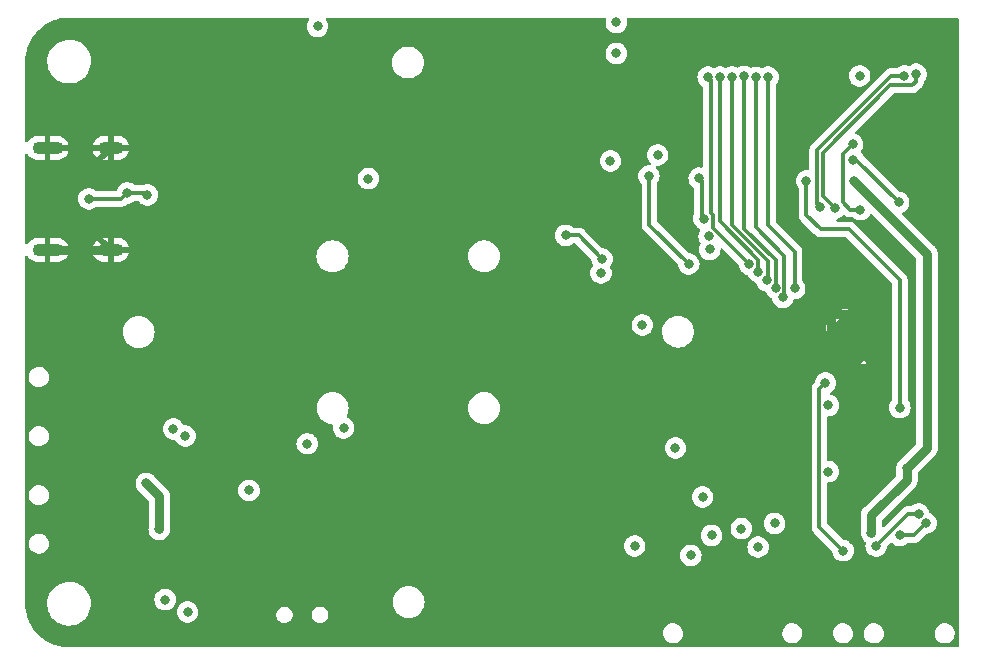
<source format=gbr>
%TF.GenerationSoftware,KiCad,Pcbnew,7.0.1*%
%TF.CreationDate,2023-03-18T00:09:11+00:00*%
%TF.ProjectId,ImogenWren,496d6f67-656e-4577-9265-6e2e6b696361,rev?*%
%TF.SameCoordinates,Original*%
%TF.FileFunction,Copper,L1,Top*%
%TF.FilePolarity,Positive*%
%FSLAX46Y46*%
G04 Gerber Fmt 4.6, Leading zero omitted, Abs format (unit mm)*
G04 Created by KiCad (PCBNEW 7.0.1) date 2023-03-18 00:09:11*
%MOMM*%
%LPD*%
G01*
G04 APERTURE LIST*
%TA.AperFunction,ComponentPad*%
%ADD10O,2.100000X1.100000*%
%TD*%
%TA.AperFunction,ComponentPad*%
%ADD11O,2.600000X1.100000*%
%TD*%
%TA.AperFunction,HeatsinkPad*%
%ADD12C,0.600000*%
%TD*%
%TA.AperFunction,ViaPad*%
%ADD13C,0.800000*%
%TD*%
%TA.AperFunction,Conductor*%
%ADD14C,0.800000*%
%TD*%
%TA.AperFunction,Conductor*%
%ADD15C,0.300000*%
%TD*%
%TA.AperFunction,Conductor*%
%ADD16C,0.500000*%
%TD*%
G04 APERTURE END LIST*
D10*
%TO.P,J8,S1,SHIELD*%
%TO.N,GND*%
X119100000Y-87740000D03*
D11*
X113740000Y-87740000D03*
D10*
X119100000Y-79100000D03*
D11*
X113740000Y-79100000D03*
%TD*%
D12*
%TO.P,U3,39,GND*%
%TO.N,GND*%
X181232500Y-96605000D03*
X182757500Y-96605000D03*
X180470000Y-95842500D03*
X181995000Y-95842500D03*
X183520000Y-95842500D03*
X181232500Y-95080000D03*
X182757500Y-95080000D03*
X180470000Y-94317500D03*
X181995000Y-94317500D03*
X183520000Y-94317500D03*
X181232500Y-93555000D03*
X182757500Y-93555000D03*
%TD*%
D13*
%TO.N,/BATTERY_POWER_BUS*%
X135730025Y-104149500D03*
X161900000Y-68465002D03*
X136600000Y-68800000D03*
X140900000Y-81700000D03*
X130800000Y-108100000D03*
X182500000Y-73000000D03*
%TO.N,GND*%
X165100000Y-78100000D03*
X128200000Y-114500000D03*
X146200000Y-96900000D03*
X156900000Y-100014998D03*
X145814000Y-108586000D03*
X189000000Y-77000000D03*
X121000000Y-114800000D03*
X133900000Y-98400000D03*
X183800000Y-90400000D03*
X120200000Y-74700000D03*
X152558502Y-106150500D03*
X149596972Y-81900000D03*
X138966000Y-107500000D03*
X155353749Y-86653749D03*
X137587000Y-70599500D03*
X136900000Y-81900000D03*
X166000000Y-99100000D03*
X148600000Y-98600000D03*
X137637000Y-73400000D03*
X131500000Y-89402515D03*
X157704250Y-92704250D03*
X133700000Y-77700000D03*
X147500000Y-72700000D03*
X128501681Y-96901681D03*
X186700000Y-75800000D03*
X113675000Y-92075000D03*
X160200000Y-109600000D03*
X114250001Y-102750002D03*
X142315000Y-81285000D03*
X123100000Y-74600000D03*
X118999998Y-119099999D03*
X173200000Y-98100000D03*
X162180669Y-72871597D03*
X131700000Y-120730000D03*
%TO.N,/ESP32/3V3_BUS*%
X163450000Y-112800000D03*
X182000000Y-81900000D03*
X186500000Y-106200000D03*
X183500000Y-111700000D03*
%TO.N,/ESP32/USB ESP32 CH340 Interface /ESP_EN*%
X185900000Y-101100000D03*
X166900000Y-104500000D03*
X178000000Y-81900000D03*
X179849500Y-100900000D03*
%TO.N,/USB_POWER*%
X125600000Y-118400000D03*
X125400000Y-103500000D03*
%TO.N,/USB/D-*%
X122200000Y-83100000D03*
X117250171Y-83410173D03*
X120500000Y-82900000D03*
%TO.N,/WS2812b LEDs/5V_IN*%
X157600000Y-86500000D03*
X160700000Y-88500000D03*
%TO.N,Net-(U3-SDI{slash}SD1)*%
X169670611Y-73099957D03*
X173170038Y-88949622D03*
%TO.N,Net-(U3-SDO{slash}SD0)*%
X170670112Y-73101429D03*
X173920444Y-89609846D03*
%TO.N,Net-(U3-SCK{slash}CLK)*%
X174631704Y-90312068D03*
X171669608Y-73097652D03*
%TO.N,Net-(U3-SCS{slash}CMD)*%
X175385958Y-90967893D03*
X172697055Y-73049500D03*
%TO.N,Net-(U3-SWP{slash}SD3)*%
X176001494Y-91755371D03*
X173693230Y-73130989D03*
%TO.N,Net-(U3-SHD{slash}SD2)*%
X174736243Y-73114048D03*
X177000000Y-91000000D03*
%TO.N,Net-(U3-GPIO4(T0))*%
X181100000Y-113200000D03*
X179600000Y-99000000D03*
%TO.N,Net-(U3-GPIO2(T2))*%
X169200000Y-108649500D03*
X175300000Y-110900000D03*
%TO.N,Net-(U3-GPIO33(T8))*%
X172478781Y-111338736D03*
X169960454Y-111894948D03*
%TO.N,Net-(U3-GPIO32(T9))*%
X168200000Y-113600000D03*
X173900000Y-112900000D03*
%TO.N,/BATTERY_POWER*%
X123200000Y-111400000D03*
X122103750Y-107496250D03*
%TO.N,Net-(Q1-B)*%
X168921611Y-81663607D03*
X169320759Y-85100850D03*
%TO.N,Net-(Q1-E)*%
X168029358Y-88934650D03*
X164650500Y-81471137D03*
%TO.N,SCL*%
X185800000Y-83700000D03*
X181961500Y-80100000D03*
%TO.N,SDA*%
X182562815Y-84322769D03*
X181900000Y-78800000D03*
%TO.N,/CHARGE_STATUS*%
X123699000Y-117337401D03*
X179849500Y-106500000D03*
%TO.N,18*%
X186289976Y-73001427D03*
X179175000Y-84100000D03*
%TO.N,Net-(D2-K)*%
X169800000Y-87700000D03*
X161400000Y-80200000D03*
%TO.N,/ESP32/SSERIAL_TX*%
X187496217Y-110095374D03*
X183900000Y-112800000D03*
%TO.N,/ESP32/SSERIAL_RX*%
X188129008Y-110869054D03*
X185900000Y-111900000D03*
%TO.N,19*%
X180445000Y-84200000D03*
X187279500Y-72860546D03*
%TO.N,Net-(WLED1-DOUT)*%
X160600000Y-89700000D03*
X164100000Y-94100000D03*
%TO.N,Net-(JP3-C)*%
X138800000Y-102800000D03*
X124400500Y-102905804D03*
%TO.N,Net-(D3-K)*%
X169756578Y-86596623D03*
X161900000Y-71100000D03*
X165400000Y-79700000D03*
%TD*%
D14*
%TO.N,GND*%
X121000000Y-117099997D02*
X121000000Y-114800000D01*
X121300000Y-114500000D02*
X121000000Y-114800000D01*
X128200000Y-114500000D02*
X121300000Y-114500000D01*
%TO.N,/BATTERY_POWER*%
X122103750Y-107496250D02*
X123200000Y-108592500D01*
X123200000Y-108592500D02*
X123200000Y-111400000D01*
%TO.N,GND*%
X121000000Y-117099997D02*
X118999998Y-119099999D01*
D15*
%TO.N,/ESP32/SSERIAL_RX*%
X188129008Y-110869054D02*
X187098062Y-111900000D01*
X187098062Y-111900000D02*
X185900000Y-111900000D01*
%TO.N,/ESP32/SSERIAL_TX*%
X186604626Y-110095374D02*
X187496217Y-110095374D01*
X183900000Y-112800000D02*
X186604626Y-110095374D01*
D14*
%TO.N,GND*%
X180470000Y-95842500D02*
X181232500Y-95080000D01*
X181232500Y-96605000D02*
X180470000Y-95842500D01*
X148600000Y-102388498D02*
X152362002Y-106150500D01*
X131500000Y-89402515D02*
X131500000Y-87572470D01*
X148600000Y-98600000D02*
X148600000Y-102388498D01*
X164200000Y-77200000D02*
X164200000Y-74890928D01*
X146828000Y-109600000D02*
X160200000Y-109600000D01*
X155353749Y-90353749D02*
X157704250Y-92704250D01*
X182757500Y-93555000D02*
X181232500Y-93555000D01*
X183520000Y-94062500D02*
X182757500Y-93300000D01*
D16*
X119100000Y-87740000D02*
X116100000Y-84740000D01*
X137637000Y-73400000D02*
X137637000Y-74763000D01*
D14*
X183900000Y-93200000D02*
X180100000Y-93200000D01*
X180470000Y-95842500D02*
X175457500Y-95842500D01*
D16*
X116100000Y-82100000D02*
X119100000Y-79100000D01*
D14*
X113740000Y-87740000D02*
X119100000Y-87740000D01*
X182757500Y-93555000D02*
X183520000Y-94317500D01*
X155353749Y-86653749D02*
X155353749Y-90353749D01*
X142315000Y-81285000D02*
X142315000Y-82485000D01*
D15*
X189000000Y-77000000D02*
X187900000Y-77000000D01*
D14*
X128501681Y-96901681D02*
X130000000Y-98400000D01*
X142315000Y-81285000D02*
X148981972Y-81285000D01*
X128501681Y-92400834D02*
X128501681Y-96901681D01*
X183895000Y-96605000D02*
X183900000Y-96600000D01*
X166000000Y-99100000D02*
X172200000Y-99100000D01*
X183520000Y-95842500D02*
X182757500Y-96605000D01*
X156900000Y-100014998D02*
X157814998Y-99100000D01*
X146200000Y-96900000D02*
X140100000Y-90800000D01*
X181995000Y-97295000D02*
X182000000Y-97300000D01*
X181995000Y-94317500D02*
X183520000Y-94317500D01*
X157814998Y-99100000D02*
X166000000Y-99100000D01*
X182757500Y-93300000D02*
X182757500Y-91442500D01*
X182300000Y-97062500D02*
X182757500Y-96605000D01*
X182757500Y-93555000D02*
X182757500Y-93300000D01*
X183520000Y-95842500D02*
X183520000Y-94062500D01*
X183900000Y-96600000D02*
X183900000Y-93200000D01*
X141758014Y-83041986D02*
X138041986Y-83041986D01*
X183520000Y-95842500D02*
X180470000Y-95842500D01*
X181232500Y-96605000D02*
X181232500Y-97132500D01*
X183520000Y-94317500D02*
X183520000Y-95842500D01*
X138041986Y-83041986D02*
X136900000Y-81900000D01*
X149596972Y-81900000D02*
X150600000Y-81900000D01*
X113675000Y-92075000D02*
X114250000Y-92650000D01*
X149596972Y-81900000D02*
X149596972Y-74796972D01*
X183520000Y-95842500D02*
X182757500Y-95080000D01*
X142315000Y-82485000D02*
X141758014Y-83041986D01*
X130000000Y-98400000D02*
X133900000Y-98400000D01*
X172200000Y-99100000D02*
X173200000Y-98100000D01*
X182757500Y-91442500D02*
X183800000Y-90400000D01*
X123398319Y-96901681D02*
X118501681Y-96901681D01*
X149596972Y-74796972D02*
X147500000Y-72700000D01*
X181700000Y-97600000D02*
X182000000Y-97300000D01*
X147900000Y-98600000D02*
X146200000Y-96900000D01*
X129259954Y-114500000D02*
X128200000Y-114500000D01*
X164200000Y-74890928D02*
X162180669Y-72871597D01*
D16*
X134700000Y-77700000D02*
X133700000Y-77700000D01*
D14*
X144728000Y-107500000D02*
X145814000Y-108586000D01*
X138966000Y-107500000D02*
X144728000Y-107500000D01*
X180195000Y-96605000D02*
X181232500Y-96605000D01*
X137906046Y-108559954D02*
X135200000Y-108559954D01*
X118501681Y-96901681D02*
X113675000Y-92075000D01*
X114250000Y-92650000D02*
X114250001Y-102750002D01*
X131500000Y-87572470D02*
X136030484Y-83041986D01*
X150600000Y-81900000D02*
X155353749Y-86653749D01*
X134400000Y-90800000D02*
X133002515Y-89402515D01*
X175457500Y-95842500D02*
X173200000Y-98100000D01*
X135200000Y-108559954D02*
X129259954Y-114500000D01*
D16*
X116100000Y-84740000D02*
X116100000Y-82100000D01*
X120200000Y-74700000D02*
X123000000Y-74700000D01*
D14*
X180470000Y-95842500D02*
X180470000Y-94317500D01*
D16*
X137637000Y-73400000D02*
X137637000Y-70649500D01*
D14*
X181232500Y-97132500D02*
X181700000Y-97600000D01*
X180100000Y-93200000D02*
X180100000Y-96700000D01*
X181995000Y-95842500D02*
X182300000Y-96147500D01*
X181232500Y-93555000D02*
X180470000Y-94317500D01*
D16*
X137637000Y-70649500D02*
X137587000Y-70599500D01*
D14*
X183520000Y-94317500D02*
X181232500Y-96605000D01*
X131500000Y-89402515D02*
X128501681Y-92400834D01*
X180470000Y-94317500D02*
X182757500Y-96605000D01*
D15*
X187900000Y-77000000D02*
X186700000Y-75800000D01*
D14*
X182300000Y-96147500D02*
X182300000Y-97062500D01*
X128200000Y-117230000D02*
X131700000Y-120730000D01*
X145814000Y-108586000D02*
X146828000Y-109600000D01*
X136030484Y-82769516D02*
X136900000Y-81900000D01*
X136030484Y-83041986D02*
X136030484Y-82769516D01*
D16*
X137637000Y-74763000D02*
X134700000Y-77700000D01*
D14*
X180100000Y-96700000D02*
X180195000Y-96605000D01*
X123398319Y-96901681D02*
X128501681Y-96901681D01*
X138966000Y-107500000D02*
X137906046Y-108559954D01*
X165100000Y-78100000D02*
X164200000Y-77200000D01*
X128200000Y-114500000D02*
X128200000Y-117230000D01*
X133002515Y-89402515D02*
X131500000Y-89402515D01*
X140100000Y-90800000D02*
X134400000Y-90800000D01*
X182757500Y-96605000D02*
X183895000Y-96605000D01*
X148600000Y-98600000D02*
X147900000Y-98600000D01*
X152362002Y-106150500D02*
X152558502Y-106150500D01*
X181232500Y-95080000D02*
X182757500Y-95080000D01*
X148981972Y-81285000D02*
X149596972Y-81900000D01*
X181995000Y-95842500D02*
X181995000Y-97295000D01*
X180470000Y-94317500D02*
X181995000Y-94317500D01*
D16*
X123000000Y-74700000D02*
X123100000Y-74600000D01*
D14*
%TO.N,/ESP32/3V3_BUS*%
X188200000Y-88088000D02*
X188188000Y-88088000D01*
X186500000Y-107200000D02*
X183500000Y-110200000D01*
X188188000Y-88088000D02*
X182000000Y-81900000D01*
X183500000Y-110200000D02*
X183500000Y-111700000D01*
X188200000Y-104500000D02*
X188200000Y-88088000D01*
X186500000Y-106200000D02*
X188200000Y-104500000D01*
X186500000Y-106200000D02*
X186500000Y-107200000D01*
D15*
%TO.N,/ESP32/USB ESP32 CH340 Interface /ESP_EN*%
X178000000Y-81900000D02*
X178000000Y-84800000D01*
X179200000Y-86000000D02*
X181600000Y-86000000D01*
X181600000Y-86000000D02*
X185900000Y-90300000D01*
X178000000Y-84800000D02*
X179200000Y-86000000D01*
X185900000Y-90300000D02*
X185900000Y-101100000D01*
%TO.N,/USB/D-*%
X122000000Y-82900000D02*
X122200000Y-83100000D01*
X119989827Y-83410173D02*
X120500000Y-82900000D01*
X117250171Y-83410173D02*
X119989827Y-83410173D01*
X120500000Y-82900000D02*
X122000000Y-82900000D01*
%TO.N,/WS2812b LEDs/5V_IN*%
X158700000Y-86500000D02*
X157600000Y-86500000D01*
X160700000Y-88500000D02*
X158700000Y-86500000D01*
%TO.N,Net-(U3-SDI{slash}SD1)*%
X169670611Y-73099957D02*
X169893483Y-73322829D01*
X169893483Y-73322829D02*
X169893483Y-84613620D01*
X169893483Y-84613620D02*
X170070259Y-84790396D01*
X170070259Y-85849843D02*
X173170038Y-88949622D01*
X170070259Y-84790396D02*
X170070259Y-85849843D01*
%TO.N,Net-(U3-SDO{slash}SD0)*%
X173920444Y-88560490D02*
X173920444Y-89609846D01*
X170670112Y-73101429D02*
X170670112Y-85310158D01*
X170670112Y-85310158D02*
X173920444Y-88560490D01*
%TO.N,Net-(U3-SCK{slash}CLK)*%
X174771375Y-90172397D02*
X174631704Y-90312068D01*
X171669608Y-85603252D02*
X174771375Y-88705019D01*
X174771375Y-88705019D02*
X174771375Y-90172397D01*
X171669608Y-73097652D02*
X171669608Y-85603252D01*
%TO.N,Net-(U3-SCS{slash}CMD)*%
X172697055Y-85924298D02*
X175385958Y-88613201D01*
X172697055Y-73049500D02*
X172697055Y-85924298D01*
X175385958Y-88613201D02*
X175385958Y-90967893D01*
%TO.N,Net-(U3-SWP{slash}SD3)*%
X176135958Y-91620907D02*
X176001494Y-91755371D01*
X173693230Y-73130989D02*
X173693230Y-85793230D01*
X173693230Y-85793230D02*
X176135958Y-88235958D01*
X176135958Y-88235958D02*
X176135958Y-91620907D01*
%TO.N,Net-(U3-SHD{slash}SD2)*%
X177000000Y-87900000D02*
X177000000Y-91000000D01*
X174736243Y-73114048D02*
X174736243Y-85636243D01*
X174736243Y-85636243D02*
X177000000Y-87900000D01*
%TO.N,Net-(U3-GPIO4(T0))*%
X179100000Y-111200000D02*
X179100000Y-99500000D01*
X181100000Y-113200000D02*
X179100000Y-111200000D01*
X179100000Y-99500000D02*
X179600000Y-99000000D01*
%TO.N,Net-(Q1-B)*%
X169171610Y-84951701D02*
X169320759Y-85100850D01*
X169171610Y-81913606D02*
X169171610Y-84951701D01*
X168921611Y-81663607D02*
X169171610Y-81913606D01*
%TO.N,Net-(Q1-E)*%
X168029358Y-88934650D02*
X164700499Y-85605791D01*
X164700499Y-85605791D02*
X164700499Y-81521136D01*
X164700499Y-81521136D02*
X164650500Y-81471137D01*
%TO.N,SCL*%
X182200000Y-80100000D02*
X181961500Y-80100000D01*
X185800000Y-83700000D02*
X182200000Y-80100000D01*
%TO.N,SDA*%
X181900000Y-78800000D02*
X181100000Y-79600000D01*
X181100000Y-79600000D02*
X181100000Y-83700000D01*
X181100000Y-83700000D02*
X181722769Y-84322769D01*
X181722769Y-84322769D02*
X182562815Y-84322769D01*
%TO.N,18*%
X178900499Y-79293100D02*
X178900499Y-83825499D01*
X186289976Y-73001427D02*
X185192172Y-73001427D01*
X185192172Y-73001427D02*
X178900499Y-79293100D01*
X178900499Y-83825499D02*
X179175000Y-84100000D01*
%TO.N,19*%
X179400000Y-79500000D02*
X179400000Y-83155000D01*
X185100000Y-73800000D02*
X179400000Y-79500000D01*
X187279500Y-73481161D02*
X186960661Y-73800000D01*
X187279500Y-72860546D02*
X187279500Y-73481161D01*
X186960661Y-73800000D02*
X185100000Y-73800000D01*
X179400000Y-83155000D02*
X180445000Y-84200000D01*
%TD*%
%TA.AperFunction,Conductor*%
%TO.N,GND*%
G36*
X135815445Y-68078424D02*
G01*
X135859073Y-68114498D01*
X135882121Y-68166205D01*
X135879784Y-68222767D01*
X135864736Y-68250187D01*
X135867476Y-68251769D01*
X135765472Y-68428443D01*
X135706458Y-68610070D01*
X135686496Y-68799999D01*
X135706458Y-68989929D01*
X135765472Y-69171556D01*
X135860957Y-69336941D01*
X135888746Y-69367804D01*
X135988747Y-69478866D01*
X136035957Y-69513166D01*
X136143248Y-69591118D01*
X136317714Y-69668795D01*
X136504511Y-69708500D01*
X136504513Y-69708500D01*
X136695487Y-69708500D01*
X136695489Y-69708500D01*
X136882285Y-69668795D01*
X136882286Y-69668794D01*
X136882288Y-69668794D01*
X137056752Y-69591118D01*
X137211253Y-69478866D01*
X137339040Y-69336944D01*
X137434527Y-69171556D01*
X137493542Y-68989928D01*
X137513504Y-68800000D01*
X137493542Y-68610072D01*
X137434527Y-68428444D01*
X137434527Y-68428443D01*
X137332524Y-68251769D01*
X137335263Y-68250187D01*
X137320216Y-68222767D01*
X137317879Y-68166205D01*
X137340927Y-68114498D01*
X137384555Y-68078424D01*
X137439671Y-68065502D01*
X160903881Y-68065502D01*
X160960176Y-68079017D01*
X161004199Y-68116617D01*
X161026354Y-68170104D01*
X161021812Y-68227820D01*
X161006458Y-68275072D01*
X160986496Y-68465002D01*
X161006458Y-68654931D01*
X161065472Y-68836558D01*
X161160957Y-69001943D01*
X161190355Y-69034593D01*
X161288747Y-69143868D01*
X161443247Y-69256119D01*
X161443248Y-69256120D01*
X161617714Y-69333797D01*
X161804511Y-69373502D01*
X161804513Y-69373502D01*
X161995487Y-69373502D01*
X161995489Y-69373502D01*
X162182285Y-69333797D01*
X162182286Y-69333796D01*
X162182288Y-69333796D01*
X162356752Y-69256120D01*
X162511253Y-69143868D01*
X162639040Y-69001946D01*
X162734527Y-68836558D01*
X162793542Y-68654930D01*
X162813504Y-68465002D01*
X162793542Y-68275074D01*
X162778187Y-68227819D01*
X162773646Y-68170104D01*
X162795801Y-68116617D01*
X162839824Y-68079017D01*
X162896119Y-68065502D01*
X190761000Y-68065502D01*
X190823000Y-68082115D01*
X190868387Y-68127502D01*
X190885000Y-68189502D01*
X190885000Y-121261652D01*
X190868388Y-121323650D01*
X190823004Y-121369037D01*
X190761006Y-121385652D01*
X115573193Y-121389498D01*
X115566791Y-121389333D01*
X115416977Y-121381595D01*
X115416573Y-121381573D01*
X115204364Y-121369919D01*
X115192702Y-121368724D01*
X115019579Y-121342657D01*
X115018380Y-121342470D01*
X114831458Y-121312453D01*
X114820768Y-121310250D01*
X114646656Y-121266296D01*
X114644721Y-121265791D01*
X114611057Y-121256706D01*
X114466286Y-121217636D01*
X114456644Y-121214607D01*
X114285889Y-121153219D01*
X114283236Y-121152231D01*
X114112604Y-121086450D01*
X114104060Y-121082783D01*
X113939192Y-121004570D01*
X113935927Y-121002961D01*
X113773992Y-120920232D01*
X113766567Y-120916113D01*
X113609660Y-120821887D01*
X113605889Y-120819529D01*
X113453891Y-120720666D01*
X113447583Y-120716279D01*
X113300375Y-120606986D01*
X113296222Y-120603764D01*
X113155579Y-120489791D01*
X113150360Y-120485317D01*
X113014428Y-120362073D01*
X113010036Y-120357890D01*
X112882106Y-120229960D01*
X112877923Y-120225567D01*
X112812751Y-120153685D01*
X165845740Y-120153685D01*
X165855754Y-120338407D01*
X165905245Y-120516658D01*
X165991899Y-120680103D01*
X166111663Y-120821100D01*
X166258936Y-120933055D01*
X166426830Y-121010731D01*
X166426831Y-121010731D01*
X166426833Y-121010732D01*
X166607503Y-121050500D01*
X166746113Y-121050500D01*
X166746115Y-121050500D01*
X166815011Y-121043007D01*
X166883910Y-121035514D01*
X167059221Y-120976444D01*
X167217736Y-120881070D01*
X167352041Y-120753849D01*
X167455858Y-120600730D01*
X167524331Y-120428875D01*
X167554260Y-120246317D01*
X167549238Y-120153685D01*
X175945740Y-120153685D01*
X175955754Y-120338407D01*
X176005245Y-120516658D01*
X176091899Y-120680103D01*
X176211663Y-120821100D01*
X176358936Y-120933055D01*
X176526830Y-121010731D01*
X176526831Y-121010731D01*
X176526833Y-121010732D01*
X176707503Y-121050500D01*
X176846113Y-121050500D01*
X176846115Y-121050500D01*
X176915011Y-121043007D01*
X176983910Y-121035514D01*
X177159221Y-120976444D01*
X177317736Y-120881070D01*
X177452041Y-120753849D01*
X177555858Y-120600730D01*
X177624331Y-120428875D01*
X177654260Y-120246317D01*
X177649238Y-120153685D01*
X180245740Y-120153685D01*
X180255754Y-120338407D01*
X180305245Y-120516658D01*
X180391899Y-120680103D01*
X180511663Y-120821100D01*
X180658936Y-120933055D01*
X180826830Y-121010731D01*
X180826831Y-121010731D01*
X180826833Y-121010732D01*
X181007503Y-121050500D01*
X181146113Y-121050500D01*
X181146115Y-121050500D01*
X181215011Y-121043007D01*
X181283910Y-121035514D01*
X181459221Y-120976444D01*
X181617736Y-120881070D01*
X181752041Y-120753849D01*
X181855858Y-120600730D01*
X181924331Y-120428875D01*
X181954260Y-120246317D01*
X181949238Y-120153685D01*
X182845740Y-120153685D01*
X182855754Y-120338407D01*
X182905245Y-120516658D01*
X182991899Y-120680103D01*
X183111663Y-120821100D01*
X183258936Y-120933055D01*
X183426830Y-121010731D01*
X183426831Y-121010731D01*
X183426833Y-121010732D01*
X183607503Y-121050500D01*
X183746113Y-121050500D01*
X183746115Y-121050500D01*
X183815011Y-121043007D01*
X183883910Y-121035514D01*
X184059221Y-120976444D01*
X184217736Y-120881070D01*
X184352041Y-120753849D01*
X184455858Y-120600730D01*
X184524331Y-120428875D01*
X184554260Y-120246317D01*
X184549238Y-120153685D01*
X188845740Y-120153685D01*
X188855754Y-120338407D01*
X188905245Y-120516658D01*
X188991899Y-120680103D01*
X189111663Y-120821100D01*
X189258936Y-120933055D01*
X189426830Y-121010731D01*
X189426831Y-121010731D01*
X189426833Y-121010732D01*
X189607503Y-121050500D01*
X189746113Y-121050500D01*
X189746115Y-121050500D01*
X189815011Y-121043007D01*
X189883910Y-121035514D01*
X190059221Y-120976444D01*
X190217736Y-120881070D01*
X190352041Y-120753849D01*
X190455858Y-120600730D01*
X190524331Y-120428875D01*
X190554260Y-120246317D01*
X190544245Y-120061593D01*
X190494754Y-119883341D01*
X190408100Y-119719896D01*
X190288337Y-119578900D01*
X190288336Y-119578899D01*
X190141063Y-119466944D01*
X189973169Y-119389268D01*
X189792497Y-119349500D01*
X189653887Y-119349500D01*
X189653885Y-119349500D01*
X189516091Y-119364485D01*
X189340779Y-119423556D01*
X189182262Y-119518931D01*
X189047960Y-119646149D01*
X188944140Y-119799272D01*
X188875669Y-119971121D01*
X188845740Y-120153685D01*
X184549238Y-120153685D01*
X184544245Y-120061593D01*
X184494754Y-119883341D01*
X184408100Y-119719896D01*
X184288337Y-119578900D01*
X184288336Y-119578899D01*
X184141063Y-119466944D01*
X183973169Y-119389268D01*
X183792497Y-119349500D01*
X183653887Y-119349500D01*
X183653885Y-119349500D01*
X183516091Y-119364485D01*
X183340779Y-119423556D01*
X183182262Y-119518931D01*
X183047960Y-119646149D01*
X182944140Y-119799272D01*
X182875669Y-119971121D01*
X182845740Y-120153685D01*
X181949238Y-120153685D01*
X181944245Y-120061593D01*
X181894754Y-119883341D01*
X181808100Y-119719896D01*
X181688337Y-119578900D01*
X181688336Y-119578899D01*
X181541063Y-119466944D01*
X181373169Y-119389268D01*
X181192497Y-119349500D01*
X181053887Y-119349500D01*
X181053885Y-119349500D01*
X180916091Y-119364485D01*
X180740779Y-119423556D01*
X180582262Y-119518931D01*
X180447960Y-119646149D01*
X180344140Y-119799272D01*
X180275669Y-119971121D01*
X180245740Y-120153685D01*
X177649238Y-120153685D01*
X177644245Y-120061593D01*
X177594754Y-119883341D01*
X177508100Y-119719896D01*
X177388337Y-119578900D01*
X177388336Y-119578899D01*
X177241063Y-119466944D01*
X177073169Y-119389268D01*
X176892497Y-119349500D01*
X176753887Y-119349500D01*
X176753885Y-119349500D01*
X176616091Y-119364485D01*
X176440779Y-119423556D01*
X176282262Y-119518931D01*
X176147960Y-119646149D01*
X176044140Y-119799272D01*
X175975669Y-119971121D01*
X175945740Y-120153685D01*
X167549238Y-120153685D01*
X167544245Y-120061593D01*
X167494754Y-119883341D01*
X167408100Y-119719896D01*
X167288337Y-119578900D01*
X167288336Y-119578899D01*
X167141063Y-119466944D01*
X166973169Y-119389268D01*
X166792497Y-119349500D01*
X166653887Y-119349500D01*
X166653885Y-119349500D01*
X166516091Y-119364485D01*
X166340779Y-119423556D01*
X166182262Y-119518931D01*
X166047960Y-119646149D01*
X165944140Y-119799272D01*
X165875669Y-119971121D01*
X165845740Y-120153685D01*
X112812751Y-120153685D01*
X112754666Y-120089619D01*
X112750206Y-120084419D01*
X112636220Y-119943760D01*
X112633011Y-119939622D01*
X112523710Y-119792403D01*
X112519338Y-119786117D01*
X112420452Y-119634083D01*
X112418104Y-119630327D01*
X112351209Y-119518931D01*
X112323878Y-119473418D01*
X112319779Y-119466031D01*
X112237014Y-119304026D01*
X112235425Y-119300797D01*
X112210112Y-119247440D01*
X112157203Y-119135912D01*
X112153552Y-119127406D01*
X112087751Y-118956720D01*
X112086823Y-118954229D01*
X112025376Y-118783309D01*
X112022351Y-118773675D01*
X112021779Y-118771556D01*
X111974224Y-118595338D01*
X111973722Y-118593416D01*
X111972842Y-118589929D01*
X111929738Y-118419183D01*
X111927548Y-118408562D01*
X111897485Y-118221351D01*
X111897371Y-118220616D01*
X111871270Y-118047265D01*
X111870080Y-118035644D01*
X111858410Y-117823167D01*
X111855548Y-117767764D01*
X113715787Y-117767764D01*
X113745413Y-118037016D01*
X113769335Y-118128519D01*
X113813928Y-118299088D01*
X113864973Y-118419207D01*
X113919871Y-118548392D01*
X114060982Y-118779611D01*
X114208373Y-118956720D01*
X114234255Y-118987820D01*
X114435998Y-119168582D01*
X114661910Y-119318044D01*
X114729012Y-119349500D01*
X114907177Y-119433021D01*
X115166562Y-119511058D01*
X115166569Y-119511060D01*
X115434561Y-119550500D01*
X115637631Y-119550500D01*
X115637634Y-119550500D01*
X115840156Y-119535677D01*
X115840156Y-119535676D01*
X116104553Y-119476780D01*
X116357558Y-119380014D01*
X116593777Y-119247441D01*
X116808177Y-119081888D01*
X116996186Y-118886881D01*
X117153799Y-118666579D01*
X117277656Y-118425675D01*
X117286416Y-118399999D01*
X124686496Y-118399999D01*
X124706458Y-118589929D01*
X124765472Y-118771556D01*
X124860957Y-118936941D01*
X124860960Y-118936944D01*
X124988747Y-119078866D01*
X125112227Y-119168580D01*
X125143248Y-119191118D01*
X125317714Y-119268795D01*
X125504511Y-119308500D01*
X125504513Y-119308500D01*
X125695487Y-119308500D01*
X125695489Y-119308500D01*
X125882285Y-119268795D01*
X125882286Y-119268794D01*
X125882288Y-119268794D01*
X126056752Y-119191118D01*
X126211253Y-119078866D01*
X126339040Y-118936944D01*
X126371788Y-118880224D01*
X126434527Y-118771556D01*
X126452885Y-118715055D01*
X133099500Y-118715055D01*
X133140209Y-118880224D01*
X133179009Y-118954149D01*
X133219266Y-119030852D01*
X133261803Y-119078866D01*
X133332072Y-119158184D01*
X133347136Y-119168582D01*
X133472070Y-119254818D01*
X133631128Y-119315140D01*
X133757628Y-119330500D01*
X133842371Y-119330500D01*
X133842372Y-119330500D01*
X133968872Y-119315140D01*
X134127930Y-119254818D01*
X134267929Y-119158183D01*
X134380734Y-119030852D01*
X134459790Y-118880225D01*
X134500500Y-118715056D01*
X134500500Y-118715055D01*
X136099500Y-118715055D01*
X136140209Y-118880224D01*
X136179009Y-118954149D01*
X136219266Y-119030852D01*
X136261803Y-119078866D01*
X136332072Y-119158184D01*
X136347136Y-119168582D01*
X136472070Y-119254818D01*
X136631128Y-119315140D01*
X136757628Y-119330500D01*
X136842371Y-119330500D01*
X136842372Y-119330500D01*
X136968872Y-119315140D01*
X137127930Y-119254818D01*
X137267929Y-119158183D01*
X137380734Y-119030852D01*
X137459790Y-118880225D01*
X137500500Y-118715056D01*
X137500500Y-118544944D01*
X137459790Y-118379775D01*
X137380734Y-118229148D01*
X137267929Y-118101817D01*
X137267928Y-118101816D01*
X137267927Y-118101815D01*
X137127930Y-118005182D01*
X136968872Y-117944860D01*
X136842372Y-117929500D01*
X136757628Y-117929500D01*
X136694378Y-117937179D01*
X136631127Y-117944860D01*
X136472069Y-118005182D01*
X136332072Y-118101815D01*
X136219265Y-118229149D01*
X136140209Y-118379775D01*
X136099500Y-118544945D01*
X136099500Y-118715055D01*
X134500500Y-118715055D01*
X134500500Y-118544944D01*
X134459790Y-118379775D01*
X134380734Y-118229148D01*
X134267929Y-118101817D01*
X134267928Y-118101816D01*
X134267927Y-118101815D01*
X134127930Y-118005182D01*
X133968872Y-117944860D01*
X133842372Y-117929500D01*
X133757628Y-117929500D01*
X133694378Y-117937179D01*
X133631127Y-117944860D01*
X133472069Y-118005182D01*
X133332072Y-118101815D01*
X133219265Y-118229149D01*
X133140209Y-118379775D01*
X133099500Y-118544945D01*
X133099500Y-118715055D01*
X126452885Y-118715055D01*
X126493542Y-118589928D01*
X126513504Y-118400000D01*
X126493542Y-118210072D01*
X126437313Y-118037018D01*
X126434527Y-118028443D01*
X126339042Y-117863058D01*
X126302703Y-117822700D01*
X126211253Y-117721134D01*
X126056752Y-117608882D01*
X126056751Y-117608881D01*
X125891132Y-117535143D01*
X142951822Y-117535143D01*
X142972418Y-117770551D01*
X143000229Y-117874342D01*
X143033579Y-117998807D01*
X143133447Y-118212973D01*
X143268987Y-118406545D01*
X143436081Y-118573639D01*
X143629653Y-118709179D01*
X143843819Y-118809047D01*
X144072073Y-118870206D01*
X144072074Y-118870207D01*
X144248514Y-118885644D01*
X144248516Y-118885644D01*
X144366448Y-118885644D01*
X144366450Y-118885644D01*
X144484075Y-118875352D01*
X144542890Y-118870207D01*
X144771145Y-118809047D01*
X144985311Y-118709179D01*
X145178883Y-118573639D01*
X145345977Y-118406545D01*
X145481517Y-118212974D01*
X145581385Y-117998807D01*
X145642545Y-117770552D01*
X145663141Y-117535144D01*
X145662796Y-117531206D01*
X145642545Y-117299736D01*
X145624046Y-117230695D01*
X145581385Y-117071481D01*
X145481517Y-116857315D01*
X145345977Y-116663743D01*
X145178883Y-116496649D01*
X144985311Y-116361109D01*
X144771145Y-116261241D01*
X144771144Y-116261240D01*
X144542889Y-116200080D01*
X144366450Y-116184644D01*
X144366448Y-116184644D01*
X144248516Y-116184644D01*
X144248514Y-116184644D01*
X144072074Y-116200080D01*
X143843818Y-116261241D01*
X143629652Y-116361109D01*
X143436080Y-116496649D01*
X143268990Y-116663739D01*
X143268987Y-116663742D01*
X143268987Y-116663743D01*
X143173258Y-116800459D01*
X143133446Y-116857316D01*
X143033579Y-117071481D01*
X142972418Y-117299736D01*
X142951822Y-117535143D01*
X125891132Y-117535143D01*
X125882285Y-117531204D01*
X125695489Y-117491500D01*
X125695487Y-117491500D01*
X125504513Y-117491500D01*
X125504511Y-117491500D01*
X125317714Y-117531204D01*
X125143248Y-117608881D01*
X124988748Y-117721133D01*
X124860957Y-117863058D01*
X124765472Y-118028443D01*
X124706458Y-118210070D01*
X124686496Y-118399999D01*
X117286416Y-118399999D01*
X117365118Y-118169305D01*
X117414319Y-117902933D01*
X117424212Y-117632235D01*
X117394586Y-117362982D01*
X117387898Y-117337400D01*
X122785496Y-117337400D01*
X122805458Y-117527330D01*
X122864472Y-117708957D01*
X122959957Y-117874342D01*
X122959960Y-117874345D01*
X123087747Y-118016267D01*
X123205493Y-118101815D01*
X123242248Y-118128519D01*
X123416714Y-118206196D01*
X123603511Y-118245901D01*
X123603513Y-118245901D01*
X123794487Y-118245901D01*
X123794489Y-118245901D01*
X123981285Y-118206196D01*
X123981286Y-118206195D01*
X123981288Y-118206195D01*
X124155752Y-118128519D01*
X124310253Y-118016267D01*
X124438040Y-117874345D01*
X124533527Y-117708957D01*
X124592542Y-117527329D01*
X124612504Y-117337401D01*
X124592542Y-117147473D01*
X124536284Y-116974329D01*
X124533527Y-116965844D01*
X124438042Y-116800459D01*
X124418442Y-116778692D01*
X124310253Y-116658535D01*
X124155752Y-116546283D01*
X124155751Y-116546282D01*
X123981285Y-116468605D01*
X123794489Y-116428901D01*
X123794487Y-116428901D01*
X123603513Y-116428901D01*
X123603511Y-116428901D01*
X123416714Y-116468605D01*
X123242248Y-116546282D01*
X123087748Y-116658534D01*
X122959957Y-116800459D01*
X122864472Y-116965844D01*
X122805458Y-117147471D01*
X122785496Y-117337400D01*
X117387898Y-117337400D01*
X117326072Y-117100912D01*
X117220130Y-116851610D01*
X117105476Y-116663743D01*
X117079017Y-116620388D01*
X116905746Y-116412181D01*
X116800758Y-116318112D01*
X116704002Y-116231418D01*
X116478090Y-116081956D01*
X116478086Y-116081954D01*
X116232822Y-115966978D01*
X115973437Y-115888941D01*
X115973431Y-115888940D01*
X115705439Y-115849500D01*
X115502369Y-115849500D01*
X115502366Y-115849500D01*
X115299843Y-115864322D01*
X115035449Y-115923219D01*
X114782441Y-116019986D01*
X114546223Y-116152559D01*
X114331825Y-116318109D01*
X114143813Y-116513120D01*
X113986201Y-116733420D01*
X113862342Y-116974329D01*
X113774881Y-117230695D01*
X113725680Y-117497066D01*
X113715787Y-117767764D01*
X111855548Y-117767764D01*
X111850664Y-117673193D01*
X111850500Y-117666799D01*
X111850500Y-112553685D01*
X112145740Y-112553685D01*
X112155754Y-112738407D01*
X112205245Y-112916658D01*
X112291899Y-113080103D01*
X112411663Y-113221100D01*
X112558936Y-113333055D01*
X112726830Y-113410731D01*
X112726831Y-113410731D01*
X112726833Y-113410732D01*
X112907503Y-113450500D01*
X113046113Y-113450500D01*
X113046115Y-113450500D01*
X113115011Y-113443006D01*
X113183910Y-113435514D01*
X113359221Y-113376444D01*
X113517736Y-113281070D01*
X113652041Y-113153849D01*
X113755858Y-113000730D01*
X113824331Y-112828875D01*
X113829065Y-112800000D01*
X162536496Y-112800000D01*
X162539486Y-112828444D01*
X162556458Y-112989929D01*
X162615472Y-113171556D01*
X162710957Y-113336941D01*
X162710960Y-113336944D01*
X162838747Y-113478866D01*
X162966323Y-113571556D01*
X162993248Y-113591118D01*
X163167714Y-113668795D01*
X163354511Y-113708500D01*
X163354513Y-113708500D01*
X163545487Y-113708500D01*
X163545489Y-113708500D01*
X163732285Y-113668795D01*
X163732286Y-113668794D01*
X163732288Y-113668794D01*
X163886803Y-113600000D01*
X167286496Y-113600000D01*
X167306458Y-113789929D01*
X167365472Y-113971556D01*
X167460957Y-114136941D01*
X167460960Y-114136944D01*
X167588747Y-114278866D01*
X167743248Y-114391118D01*
X167917714Y-114468795D01*
X168104511Y-114508500D01*
X168104513Y-114508500D01*
X168295487Y-114508500D01*
X168295489Y-114508500D01*
X168482285Y-114468795D01*
X168482286Y-114468794D01*
X168482288Y-114468794D01*
X168656752Y-114391118D01*
X168811253Y-114278866D01*
X168939040Y-114136944D01*
X169034527Y-113971556D01*
X169093542Y-113789928D01*
X169113504Y-113600000D01*
X169093542Y-113410072D01*
X169034527Y-113228444D01*
X169034527Y-113228443D01*
X168939042Y-113063058D01*
X168882921Y-113000730D01*
X168811253Y-112921134D01*
X168782163Y-112899999D01*
X172986496Y-112899999D01*
X173006458Y-113089929D01*
X173065472Y-113271556D01*
X173160957Y-113436941D01*
X173160960Y-113436944D01*
X173288747Y-113578866D01*
X173412522Y-113668794D01*
X173443248Y-113691118D01*
X173617714Y-113768795D01*
X173804511Y-113808500D01*
X173804513Y-113808500D01*
X173995487Y-113808500D01*
X173995489Y-113808500D01*
X174182285Y-113768795D01*
X174182286Y-113768794D01*
X174182288Y-113768794D01*
X174356752Y-113691118D01*
X174511253Y-113578866D01*
X174639040Y-113436944D01*
X174673971Y-113376443D01*
X174734527Y-113271556D01*
X174772772Y-113153850D01*
X174793542Y-113089928D01*
X174813504Y-112900000D01*
X174793542Y-112710072D01*
X174750910Y-112578865D01*
X174734527Y-112528443D01*
X174639042Y-112363058D01*
X174610360Y-112331204D01*
X174511253Y-112221134D01*
X174414901Y-112151129D01*
X174356751Y-112108881D01*
X174182285Y-112031204D01*
X173995489Y-111991500D01*
X173995487Y-111991500D01*
X173804513Y-111991500D01*
X173804511Y-111991500D01*
X173617714Y-112031204D01*
X173443248Y-112108881D01*
X173288748Y-112221133D01*
X173160957Y-112363058D01*
X173065472Y-112528443D01*
X173006458Y-112710070D01*
X172986496Y-112899999D01*
X168782163Y-112899999D01*
X168683677Y-112828444D01*
X168656751Y-112808881D01*
X168482285Y-112731204D01*
X168295489Y-112691500D01*
X168295487Y-112691500D01*
X168104513Y-112691500D01*
X168104511Y-112691500D01*
X167917714Y-112731204D01*
X167743248Y-112808881D01*
X167588748Y-112921133D01*
X167460957Y-113063058D01*
X167365472Y-113228443D01*
X167306458Y-113410070D01*
X167286496Y-113600000D01*
X163886803Y-113600000D01*
X163906752Y-113591118D01*
X164061253Y-113478866D01*
X164189040Y-113336944D01*
X164191286Y-113333055D01*
X164284527Y-113171556D01*
X164311049Y-113089929D01*
X164343542Y-112989928D01*
X164363504Y-112800000D01*
X164343542Y-112610072D01*
X164307177Y-112498152D01*
X164284527Y-112428443D01*
X164189042Y-112263058D01*
X164139044Y-112207530D01*
X164061253Y-112121134D01*
X163937478Y-112031206D01*
X163906751Y-112008881D01*
X163732285Y-111931204D01*
X163561706Y-111894947D01*
X169046950Y-111894947D01*
X169066912Y-112084877D01*
X169125926Y-112266504D01*
X169221411Y-112431889D01*
X169221414Y-112431892D01*
X169349201Y-112573814D01*
X169503701Y-112686065D01*
X169503702Y-112686066D01*
X169678168Y-112763743D01*
X169864965Y-112803448D01*
X169864967Y-112803448D01*
X170055941Y-112803448D01*
X170055943Y-112803448D01*
X170242739Y-112763743D01*
X170242740Y-112763742D01*
X170242742Y-112763742D01*
X170417206Y-112686066D01*
X170571707Y-112573814D01*
X170699494Y-112431892D01*
X170701486Y-112428443D01*
X170794981Y-112266504D01*
X170809723Y-112221133D01*
X170853996Y-112084876D01*
X170873958Y-111894948D01*
X170853996Y-111705020D01*
X170813006Y-111578866D01*
X170794981Y-111523391D01*
X170699496Y-111358006D01*
X170682145Y-111338736D01*
X171565277Y-111338736D01*
X171566029Y-111345890D01*
X171585239Y-111528665D01*
X171644253Y-111710292D01*
X171739738Y-111875677D01*
X171739741Y-111875680D01*
X171867528Y-112017602D01*
X171960124Y-112084877D01*
X172022029Y-112129854D01*
X172196495Y-112207531D01*
X172383292Y-112247236D01*
X172383294Y-112247236D01*
X172574268Y-112247236D01*
X172574270Y-112247236D01*
X172761066Y-112207531D01*
X172761067Y-112207530D01*
X172761069Y-112207530D01*
X172935533Y-112129854D01*
X173090034Y-112017602D01*
X173217821Y-111875680D01*
X173247916Y-111823555D01*
X173313308Y-111710292D01*
X173330022Y-111658851D01*
X173372323Y-111528664D01*
X173392285Y-111338736D01*
X173372323Y-111148808D01*
X173313308Y-110967180D01*
X173313308Y-110967179D01*
X173274522Y-110900000D01*
X174386496Y-110900000D01*
X174406458Y-111089929D01*
X174465472Y-111271556D01*
X174560957Y-111436941D01*
X174584961Y-111463600D01*
X174688747Y-111578866D01*
X174800655Y-111660172D01*
X174843248Y-111691118D01*
X175017714Y-111768795D01*
X175204511Y-111808500D01*
X175204513Y-111808500D01*
X175395487Y-111808500D01*
X175395489Y-111808500D01*
X175582285Y-111768795D01*
X175582286Y-111768794D01*
X175582288Y-111768794D01*
X175756752Y-111691118D01*
X175911253Y-111578866D01*
X176039040Y-111436944D01*
X176056909Y-111405995D01*
X176134527Y-111271556D01*
X176155047Y-111208401D01*
X176193542Y-111089928D01*
X176213504Y-110900000D01*
X176193542Y-110710072D01*
X176134527Y-110528444D01*
X176134527Y-110528443D01*
X176039042Y-110363058D01*
X176011176Y-110332110D01*
X175911253Y-110221134D01*
X175814901Y-110151129D01*
X175756751Y-110108881D01*
X175582285Y-110031204D01*
X175395489Y-109991500D01*
X175395487Y-109991500D01*
X175204513Y-109991500D01*
X175204511Y-109991500D01*
X175017714Y-110031204D01*
X174843248Y-110108881D01*
X174688748Y-110221133D01*
X174560957Y-110363058D01*
X174465472Y-110528443D01*
X174406458Y-110710070D01*
X174386496Y-110900000D01*
X173274522Y-110900000D01*
X173217823Y-110801794D01*
X173193013Y-110774240D01*
X173090034Y-110659870D01*
X172935533Y-110547618D01*
X172935532Y-110547617D01*
X172761066Y-110469940D01*
X172574270Y-110430236D01*
X172574268Y-110430236D01*
X172383294Y-110430236D01*
X172383292Y-110430236D01*
X172196495Y-110469940D01*
X172022029Y-110547617D01*
X171867529Y-110659869D01*
X171739738Y-110801794D01*
X171644253Y-110967179D01*
X171585239Y-111148806D01*
X171568945Y-111303833D01*
X171565277Y-111338736D01*
X170682145Y-111338736D01*
X170650716Y-111303831D01*
X170571707Y-111216082D01*
X170417206Y-111103830D01*
X170417205Y-111103829D01*
X170242739Y-111026152D01*
X170055943Y-110986448D01*
X170055941Y-110986448D01*
X169864967Y-110986448D01*
X169864965Y-110986448D01*
X169678168Y-111026152D01*
X169503702Y-111103829D01*
X169349202Y-111216081D01*
X169221411Y-111358006D01*
X169125926Y-111523391D01*
X169066912Y-111705018D01*
X169046950Y-111894947D01*
X163561706Y-111894947D01*
X163545489Y-111891500D01*
X163545487Y-111891500D01*
X163354513Y-111891500D01*
X163354511Y-111891500D01*
X163167714Y-111931204D01*
X162993248Y-112008881D01*
X162855610Y-112108882D01*
X162838747Y-112121134D01*
X162828948Y-112132016D01*
X162710957Y-112263058D01*
X162615472Y-112428443D01*
X162556458Y-112610070D01*
X162540307Y-112763742D01*
X162536496Y-112800000D01*
X113829065Y-112800000D01*
X113854260Y-112646317D01*
X113844245Y-112461593D01*
X113838043Y-112439257D01*
X113794754Y-112283341D01*
X113708100Y-112119896D01*
X113613803Y-112008881D01*
X113588337Y-111978900D01*
X113588336Y-111978899D01*
X113441063Y-111866944D01*
X113273169Y-111789268D01*
X113092497Y-111749500D01*
X112953887Y-111749500D01*
X112953885Y-111749500D01*
X112816091Y-111764485D01*
X112640779Y-111823556D01*
X112482262Y-111918931D01*
X112347960Y-112046149D01*
X112244140Y-112199272D01*
X112175669Y-112371121D01*
X112156248Y-112489586D01*
X112146082Y-112551601D01*
X112145740Y-112553685D01*
X111850500Y-112553685D01*
X111850500Y-108453685D01*
X112145740Y-108453685D01*
X112155754Y-108638407D01*
X112205245Y-108816658D01*
X112291899Y-108980103D01*
X112411663Y-109121100D01*
X112558936Y-109233055D01*
X112726830Y-109310731D01*
X112726831Y-109310731D01*
X112726833Y-109310732D01*
X112907503Y-109350500D01*
X113046113Y-109350500D01*
X113046115Y-109350500D01*
X113115011Y-109343006D01*
X113183910Y-109335514D01*
X113359221Y-109276444D01*
X113517736Y-109181070D01*
X113652041Y-109053849D01*
X113755858Y-108900730D01*
X113824331Y-108728875D01*
X113854260Y-108546317D01*
X113844245Y-108361593D01*
X113824347Y-108289928D01*
X113794754Y-108183341D01*
X113708100Y-108019896D01*
X113677405Y-107983759D01*
X113588337Y-107878900D01*
X113588336Y-107878899D01*
X113441063Y-107766944D01*
X113273169Y-107689268D01*
X113092497Y-107649500D01*
X112953887Y-107649500D01*
X112953885Y-107649500D01*
X112816091Y-107664485D01*
X112640779Y-107723556D01*
X112482262Y-107818931D01*
X112347960Y-107946149D01*
X112244140Y-108099272D01*
X112175669Y-108271121D01*
X112160837Y-108361593D01*
X112151800Y-108416722D01*
X112145740Y-108453685D01*
X111850500Y-108453685D01*
X111850500Y-107496248D01*
X121190245Y-107496248D01*
X121197401Y-107564334D01*
X121197910Y-107570803D01*
X121201492Y-107639149D01*
X121201492Y-107639152D01*
X121201493Y-107639153D01*
X121205176Y-107652898D01*
X121208719Y-107672018D01*
X121210207Y-107686176D01*
X121231363Y-107751288D01*
X121233199Y-107757487D01*
X121235734Y-107766944D01*
X121250921Y-107823623D01*
X121257380Y-107836299D01*
X121264824Y-107854269D01*
X121269222Y-107867805D01*
X121275628Y-107878900D01*
X121303456Y-107927099D01*
X121306546Y-107932791D01*
X121337621Y-107993780D01*
X121346578Y-108004842D01*
X121357594Y-108020871D01*
X121364708Y-108033193D01*
X121410510Y-108084061D01*
X121414708Y-108088975D01*
X121427678Y-108104991D01*
X121427681Y-108104994D01*
X121427682Y-108104995D01*
X121442228Y-108119541D01*
X121446697Y-108124250D01*
X121492497Y-108175116D01*
X121504007Y-108183478D01*
X121518801Y-108196114D01*
X122255181Y-108932494D01*
X122282061Y-108972722D01*
X122291500Y-109020175D01*
X122291500Y-111345890D01*
X122290821Y-111358851D01*
X122286496Y-111400000D01*
X122291500Y-111447610D01*
X122306458Y-111589929D01*
X122365472Y-111771556D01*
X122460957Y-111936941D01*
X122460960Y-111936944D01*
X122588747Y-112078866D01*
X122646924Y-112121134D01*
X122743248Y-112191118D01*
X122917714Y-112268795D01*
X123104511Y-112308500D01*
X123104513Y-112308500D01*
X123295487Y-112308500D01*
X123295489Y-112308500D01*
X123482285Y-112268795D01*
X123482286Y-112268794D01*
X123482288Y-112268794D01*
X123656752Y-112191118D01*
X123811253Y-112078866D01*
X123939040Y-111936944D01*
X123949441Y-111918930D01*
X124034527Y-111771556D01*
X124036824Y-111764486D01*
X124093542Y-111589928D01*
X124108500Y-111447610D01*
X124113504Y-111400000D01*
X124109178Y-111358849D01*
X124108500Y-111345890D01*
X124108500Y-108673756D01*
X124110027Y-108654358D01*
X124110796Y-108649500D01*
X124112252Y-108640310D01*
X124108669Y-108571962D01*
X124108500Y-108565473D01*
X124108500Y-108544886D01*
X124106348Y-108524415D01*
X124105839Y-108517962D01*
X124102257Y-108449597D01*
X124098575Y-108435858D01*
X124095029Y-108416722D01*
X124093542Y-108402573D01*
X124072387Y-108337465D01*
X124070543Y-108331238D01*
X124052831Y-108265131D01*
X124046370Y-108252452D01*
X124038923Y-108234474D01*
X124038433Y-108232966D01*
X124034527Y-108220944D01*
X124000302Y-108161663D01*
X123997211Y-108155971D01*
X123968692Y-108100000D01*
X129886496Y-108100000D01*
X129906458Y-108289929D01*
X129965472Y-108471556D01*
X130060957Y-108636941D01*
X130085321Y-108664000D01*
X130188747Y-108778866D01*
X130343248Y-108891118D01*
X130517714Y-108968795D01*
X130704511Y-109008500D01*
X130704513Y-109008500D01*
X130895487Y-109008500D01*
X130895489Y-109008500D01*
X131082285Y-108968795D01*
X131082286Y-108968794D01*
X131082288Y-108968794D01*
X131256752Y-108891118D01*
X131411253Y-108778866D01*
X131527735Y-108649499D01*
X168286496Y-108649499D01*
X168306458Y-108839429D01*
X168365472Y-109021056D01*
X168460957Y-109186441D01*
X168460960Y-109186444D01*
X168588747Y-109328366D01*
X168705500Y-109413192D01*
X168743248Y-109440618D01*
X168917714Y-109518295D01*
X169104511Y-109558000D01*
X169104513Y-109558000D01*
X169295487Y-109558000D01*
X169295489Y-109558000D01*
X169482285Y-109518295D01*
X169482286Y-109518294D01*
X169482288Y-109518294D01*
X169656752Y-109440618D01*
X169811253Y-109328366D01*
X169939040Y-109186444D01*
X169976767Y-109121100D01*
X170034527Y-109021056D01*
X170047833Y-108980104D01*
X170093542Y-108839428D01*
X170113504Y-108649500D01*
X170093542Y-108459572D01*
X170052866Y-108334385D01*
X170034527Y-108277943D01*
X169939042Y-108112558D01*
X169867581Y-108033193D01*
X169811253Y-107970634D01*
X169713395Y-107899536D01*
X169656751Y-107858381D01*
X169482285Y-107780704D01*
X169295489Y-107741000D01*
X169295487Y-107741000D01*
X169104513Y-107741000D01*
X169104511Y-107741000D01*
X168917714Y-107780704D01*
X168743248Y-107858381D01*
X168588748Y-107970633D01*
X168460957Y-108112558D01*
X168365472Y-108277943D01*
X168306458Y-108459570D01*
X168286496Y-108649499D01*
X131527735Y-108649499D01*
X131539040Y-108636944D01*
X131634527Y-108471556D01*
X131693542Y-108289928D01*
X131713504Y-108100000D01*
X131693542Y-107910072D01*
X131654600Y-107790221D01*
X131634527Y-107728443D01*
X131539042Y-107563058D01*
X131506908Y-107527370D01*
X131411253Y-107421134D01*
X131256752Y-107308882D01*
X131256751Y-107308881D01*
X131082285Y-107231204D01*
X130895489Y-107191500D01*
X130895487Y-107191500D01*
X130704513Y-107191500D01*
X130704511Y-107191500D01*
X130517714Y-107231204D01*
X130343248Y-107308881D01*
X130188748Y-107421133D01*
X130060957Y-107563058D01*
X129965472Y-107728443D01*
X129906458Y-107910070D01*
X129886496Y-108100000D01*
X123968692Y-108100000D01*
X123966130Y-108094972D01*
X123966129Y-108094970D01*
X123957163Y-108083898D01*
X123946157Y-108067883D01*
X123939040Y-108055556D01*
X123893239Y-108004688D01*
X123889024Y-107999753D01*
X123876074Y-107983761D01*
X123876072Y-107983759D01*
X123861502Y-107969189D01*
X123857050Y-107964497D01*
X123840531Y-107946151D01*
X123811253Y-107913634D01*
X123811252Y-107913633D01*
X123811251Y-107913632D01*
X123799741Y-107905269D01*
X123784946Y-107892633D01*
X122765270Y-106872957D01*
X122760801Y-106868248D01*
X122715003Y-106817384D01*
X122659612Y-106777139D01*
X122654477Y-106773198D01*
X122601280Y-106730121D01*
X122588597Y-106723658D01*
X122572012Y-106713494D01*
X122560504Y-106705133D01*
X122560497Y-106705130D01*
X122497959Y-106677286D01*
X122492100Y-106674492D01*
X122431116Y-106643419D01*
X122417376Y-106639737D01*
X122399044Y-106633246D01*
X122386036Y-106627455D01*
X122319083Y-106613224D01*
X122312771Y-106611709D01*
X122246653Y-106593993D01*
X122232437Y-106593247D01*
X122213161Y-106590709D01*
X122199237Y-106587750D01*
X122199236Y-106587750D01*
X122130777Y-106587750D01*
X122124287Y-106587580D01*
X122055940Y-106583998D01*
X122055939Y-106583998D01*
X122041892Y-106586223D01*
X122022494Y-106587750D01*
X122008263Y-106587750D01*
X121941289Y-106601984D01*
X121934910Y-106603166D01*
X121867319Y-106613872D01*
X121854030Y-106618973D01*
X121835383Y-106624496D01*
X121821462Y-106627455D01*
X121758936Y-106655293D01*
X121752941Y-106657776D01*
X121689029Y-106682310D01*
X121677092Y-106690062D01*
X121660002Y-106699341D01*
X121646999Y-106705130D01*
X121591619Y-106745366D01*
X121586271Y-106749041D01*
X121528865Y-106786321D01*
X121518794Y-106796392D01*
X121504008Y-106809020D01*
X121492496Y-106817384D01*
X121446696Y-106868249D01*
X121442231Y-106872955D01*
X121393820Y-106921366D01*
X121386070Y-106933301D01*
X121374231Y-106948731D01*
X121364708Y-106959307D01*
X121330490Y-107018574D01*
X121327101Y-107024106D01*
X121289812Y-107081528D01*
X121284709Y-107094820D01*
X121276340Y-107112365D01*
X121269222Y-107124695D01*
X121248073Y-107189783D01*
X121245908Y-107195899D01*
X121221371Y-107259821D01*
X121219145Y-107273875D01*
X121214606Y-107292782D01*
X121210208Y-107306319D01*
X121203050Y-107374416D01*
X121202203Y-107380850D01*
X121191497Y-107448443D01*
X121192242Y-107462649D01*
X121191733Y-107482094D01*
X121190245Y-107496248D01*
X111850500Y-107496248D01*
X111850500Y-103453685D01*
X112145740Y-103453685D01*
X112155754Y-103638407D01*
X112205245Y-103816658D01*
X112291899Y-103980103D01*
X112411663Y-104121100D01*
X112558936Y-104233055D01*
X112726830Y-104310731D01*
X112726831Y-104310731D01*
X112726833Y-104310732D01*
X112907503Y-104350500D01*
X113046113Y-104350500D01*
X113046115Y-104350500D01*
X113115011Y-104343006D01*
X113183910Y-104335514D01*
X113359221Y-104276444D01*
X113517736Y-104181070D01*
X113652041Y-104053849D01*
X113755858Y-103900730D01*
X113824331Y-103728875D01*
X113854260Y-103546317D01*
X113844245Y-103361593D01*
X113843353Y-103358382D01*
X113794754Y-103183341D01*
X113708100Y-103019896D01*
X113611189Y-102905804D01*
X113611188Y-102905803D01*
X123486996Y-102905803D01*
X123506958Y-103095733D01*
X123565972Y-103277360D01*
X123661457Y-103442745D01*
X123661460Y-103442748D01*
X123789247Y-103584670D01*
X123905035Y-103668795D01*
X123943748Y-103696922D01*
X124118214Y-103774599D01*
X124305011Y-103814304D01*
X124460827Y-103814304D01*
X124522827Y-103830917D01*
X124568214Y-103876304D01*
X124660957Y-104036941D01*
X124660960Y-104036944D01*
X124788747Y-104178866D01*
X124923050Y-104276443D01*
X124943248Y-104291118D01*
X125117714Y-104368795D01*
X125304511Y-104408500D01*
X125304513Y-104408500D01*
X125495487Y-104408500D01*
X125495489Y-104408500D01*
X125682285Y-104368795D01*
X125682286Y-104368794D01*
X125682288Y-104368794D01*
X125856752Y-104291118D01*
X126011253Y-104178866D01*
X126037694Y-104149500D01*
X134816521Y-104149500D01*
X134836483Y-104339429D01*
X134895497Y-104521056D01*
X134990982Y-104686441D01*
X134990985Y-104686444D01*
X135118772Y-104828366D01*
X135178218Y-104871556D01*
X135273273Y-104940618D01*
X135447739Y-105018295D01*
X135634536Y-105058000D01*
X135634538Y-105058000D01*
X135825512Y-105058000D01*
X135825514Y-105058000D01*
X136012310Y-105018295D01*
X136012311Y-105018294D01*
X136012313Y-105018294D01*
X136186777Y-104940618D01*
X136341278Y-104828366D01*
X136469065Y-104686444D01*
X136494204Y-104642903D01*
X136564552Y-104521056D01*
X136564721Y-104520537D01*
X136571394Y-104500000D01*
X165986496Y-104500000D01*
X165989337Y-104527027D01*
X166006458Y-104689929D01*
X166065472Y-104871556D01*
X166160957Y-105036941D01*
X166179919Y-105058000D01*
X166288747Y-105178866D01*
X166443247Y-105291117D01*
X166443248Y-105291118D01*
X166617714Y-105368795D01*
X166804511Y-105408500D01*
X166804513Y-105408500D01*
X166995487Y-105408500D01*
X166995489Y-105408500D01*
X167182285Y-105368795D01*
X167182286Y-105368794D01*
X167182288Y-105368794D01*
X167356752Y-105291118D01*
X167511253Y-105178866D01*
X167639040Y-105036944D01*
X167661797Y-104997529D01*
X167734527Y-104871556D01*
X167771383Y-104758125D01*
X167793542Y-104689928D01*
X167813504Y-104500000D01*
X167793542Y-104310072D01*
X167734527Y-104128444D01*
X167734527Y-104128443D01*
X167639042Y-103963058D01*
X167582921Y-103900730D01*
X167511253Y-103821134D01*
X167356752Y-103708882D01*
X167356751Y-103708881D01*
X167182285Y-103631204D01*
X166995489Y-103591500D01*
X166995487Y-103591500D01*
X166804513Y-103591500D01*
X166804511Y-103591500D01*
X166617714Y-103631204D01*
X166443248Y-103708881D01*
X166288748Y-103821133D01*
X166160957Y-103963058D01*
X166065472Y-104128443D01*
X166006458Y-104310070D01*
X166003372Y-104339429D01*
X165986496Y-104500000D01*
X136571394Y-104500000D01*
X136623567Y-104339428D01*
X136643529Y-104149500D01*
X136623567Y-103959572D01*
X136581764Y-103830917D01*
X136564552Y-103777943D01*
X136469067Y-103612558D01*
X136409423Y-103546317D01*
X136341278Y-103470634D01*
X136191197Y-103361593D01*
X136186776Y-103358381D01*
X136012310Y-103280704D01*
X135825514Y-103241000D01*
X135825512Y-103241000D01*
X135634538Y-103241000D01*
X135634536Y-103241000D01*
X135447739Y-103280704D01*
X135273273Y-103358381D01*
X135118773Y-103470633D01*
X134990982Y-103612558D01*
X134895497Y-103777943D01*
X134836483Y-103959570D01*
X134816521Y-104149500D01*
X126037694Y-104149500D01*
X126139040Y-104036944D01*
X126234527Y-103871556D01*
X126293542Y-103689928D01*
X126313504Y-103500000D01*
X126293542Y-103310072D01*
X126234527Y-103128444D01*
X126234527Y-103128443D01*
X126139042Y-102963058D01*
X126087489Y-102905803D01*
X126011253Y-102821134D01*
X125876949Y-102723556D01*
X125856751Y-102708881D01*
X125682285Y-102631204D01*
X125495489Y-102591500D01*
X125495487Y-102591500D01*
X125339673Y-102591500D01*
X125277673Y-102574887D01*
X125232286Y-102529500D01*
X125139542Y-102368862D01*
X125075768Y-102298034D01*
X125011753Y-102226938D01*
X124866127Y-102121134D01*
X124857251Y-102114685D01*
X124682785Y-102037008D01*
X124495989Y-101997304D01*
X124495987Y-101997304D01*
X124305013Y-101997304D01*
X124305011Y-101997304D01*
X124118214Y-102037008D01*
X123943748Y-102114685D01*
X123789248Y-102226937D01*
X123661457Y-102368862D01*
X123565972Y-102534247D01*
X123506958Y-102715874D01*
X123486996Y-102905803D01*
X113611188Y-102905803D01*
X113588337Y-102878900D01*
X113588336Y-102878899D01*
X113441063Y-102766944D01*
X113273169Y-102689268D01*
X113092497Y-102649500D01*
X112953887Y-102649500D01*
X112953885Y-102649500D01*
X112816091Y-102664485D01*
X112640779Y-102723556D01*
X112482262Y-102818931D01*
X112347960Y-102946149D01*
X112244140Y-103099272D01*
X112175669Y-103271121D01*
X112145740Y-103453685D01*
X111850500Y-103453685D01*
X111850500Y-101113999D01*
X136522340Y-101113999D01*
X136542936Y-101349407D01*
X136575666Y-101471556D01*
X136604097Y-101577663D01*
X136703965Y-101791829D01*
X136839505Y-101985401D01*
X137006599Y-102152495D01*
X137200171Y-102288035D01*
X137414337Y-102387903D01*
X137642592Y-102449063D01*
X137795121Y-102462407D01*
X137856025Y-102484775D01*
X137897296Y-102534841D01*
X137907633Y-102598896D01*
X137906458Y-102610070D01*
X137906458Y-102610072D01*
X137891181Y-102755419D01*
X137886496Y-102799999D01*
X137906458Y-102989929D01*
X137965472Y-103171556D01*
X138060957Y-103336941D01*
X138060960Y-103336944D01*
X138188747Y-103478866D01*
X138281581Y-103546314D01*
X138343248Y-103591118D01*
X138517714Y-103668795D01*
X138704511Y-103708500D01*
X138704513Y-103708500D01*
X138895487Y-103708500D01*
X138895489Y-103708500D01*
X139082285Y-103668795D01*
X139082286Y-103668794D01*
X139082288Y-103668794D01*
X139256752Y-103591118D01*
X139411253Y-103478866D01*
X139539040Y-103336944D01*
X139594434Y-103241000D01*
X139634527Y-103171556D01*
X139648535Y-103128443D01*
X139693542Y-102989928D01*
X139713504Y-102800000D01*
X139693542Y-102610072D01*
X139649492Y-102474500D01*
X139634527Y-102428443D01*
X139539042Y-102263058D01*
X139506518Y-102226937D01*
X139411253Y-102121134D01*
X139295467Y-102037010D01*
X139256753Y-102008882D01*
X139118691Y-101947413D01*
X139068386Y-101906433D01*
X139045664Y-101845658D01*
X139056744Y-101781730D01*
X139151903Y-101577663D01*
X139213063Y-101349408D01*
X139232784Y-101124000D01*
X149352340Y-101124000D01*
X149372936Y-101359407D01*
X149431417Y-101577662D01*
X149434097Y-101587663D01*
X149533965Y-101801829D01*
X149669505Y-101995401D01*
X149836599Y-102162495D01*
X150030171Y-102298035D01*
X150244337Y-102397903D01*
X150435271Y-102449063D01*
X150472592Y-102459063D01*
X150649032Y-102474500D01*
X150649034Y-102474500D01*
X150766966Y-102474500D01*
X150766968Y-102474500D01*
X150898557Y-102462987D01*
X150943408Y-102459063D01*
X151171663Y-102397903D01*
X151385829Y-102298035D01*
X151579401Y-102162495D01*
X151746495Y-101995401D01*
X151882035Y-101801830D01*
X151981903Y-101587663D01*
X152043063Y-101359408D01*
X152063659Y-101124000D01*
X152043063Y-100888592D01*
X151981903Y-100660337D01*
X151882035Y-100446171D01*
X151746495Y-100252599D01*
X151579401Y-100085505D01*
X151385829Y-99949965D01*
X151171663Y-99850097D01*
X151134342Y-99840097D01*
X150943407Y-99788936D01*
X150766968Y-99773500D01*
X150766966Y-99773500D01*
X150649034Y-99773500D01*
X150649032Y-99773500D01*
X150472592Y-99788936D01*
X150244336Y-99850097D01*
X150030170Y-99949965D01*
X149836598Y-100085505D01*
X149669508Y-100252595D01*
X149669505Y-100252598D01*
X149669505Y-100252599D01*
X149540967Y-100436171D01*
X149533964Y-100446172D01*
X149434097Y-100660337D01*
X149372936Y-100888592D01*
X149352340Y-101124000D01*
X139232784Y-101124000D01*
X139233659Y-101114000D01*
X139213063Y-100878592D01*
X139151903Y-100650337D01*
X139052035Y-100436171D01*
X138916495Y-100242599D01*
X138749401Y-100075505D01*
X138555829Y-99939965D01*
X138341663Y-99840097D01*
X138113407Y-99778936D01*
X137936968Y-99763500D01*
X137936966Y-99763500D01*
X137819034Y-99763500D01*
X137819032Y-99763500D01*
X137642592Y-99778936D01*
X137414336Y-99840097D01*
X137200170Y-99939965D01*
X137006598Y-100075505D01*
X136839508Y-100242595D01*
X136703964Y-100436172D01*
X136604097Y-100650337D01*
X136542936Y-100878592D01*
X136522340Y-101113999D01*
X111850500Y-101113999D01*
X111850500Y-99479150D01*
X178436594Y-99479150D01*
X178440950Y-99525234D01*
X178441500Y-99536903D01*
X178441500Y-111113610D01*
X178439133Y-111135044D01*
X178441439Y-111208401D01*
X178441500Y-111212296D01*
X178441500Y-111241432D01*
X178442068Y-111245931D01*
X178442983Y-111257564D01*
X178444437Y-111303833D01*
X178450463Y-111324575D01*
X178454408Y-111343621D01*
X178457117Y-111365063D01*
X178474158Y-111408105D01*
X178477941Y-111419154D01*
X178490855Y-111463601D01*
X178501850Y-111482193D01*
X178510409Y-111499663D01*
X178518364Y-111519754D01*
X178518365Y-111519756D01*
X178545578Y-111557211D01*
X178551977Y-111566952D01*
X178565566Y-111589929D01*
X178575548Y-111606808D01*
X178590822Y-111622082D01*
X178603458Y-111636876D01*
X178616159Y-111654357D01*
X178651820Y-111683858D01*
X178660461Y-111691721D01*
X180157531Y-113188791D01*
X180181770Y-113223088D01*
X180193170Y-113263509D01*
X180200480Y-113333054D01*
X180206458Y-113389929D01*
X180265472Y-113571556D01*
X180360957Y-113736941D01*
X180360960Y-113736944D01*
X180488747Y-113878866D01*
X180616323Y-113971556D01*
X180643248Y-113991118D01*
X180817714Y-114068795D01*
X181004511Y-114108500D01*
X181004513Y-114108500D01*
X181195487Y-114108500D01*
X181195489Y-114108500D01*
X181382285Y-114068795D01*
X181382286Y-114068794D01*
X181382288Y-114068794D01*
X181556752Y-113991118D01*
X181711253Y-113878866D01*
X181839040Y-113736944D01*
X181934527Y-113571556D01*
X181993542Y-113389928D01*
X182013504Y-113200000D01*
X181993542Y-113010072D01*
X181934527Y-112828444D01*
X181934527Y-112828443D01*
X181839042Y-112663058D01*
X181791331Y-112610070D01*
X181711253Y-112521134D01*
X181610607Y-112448010D01*
X181556751Y-112408881D01*
X181382285Y-112331204D01*
X181195489Y-112291500D01*
X181195487Y-112291500D01*
X181174122Y-112291500D01*
X181126669Y-112282061D01*
X181086441Y-112255181D01*
X179794819Y-110963559D01*
X179767939Y-110923331D01*
X179758500Y-110875878D01*
X179758500Y-107532500D01*
X179775113Y-107470500D01*
X179820500Y-107425113D01*
X179882500Y-107408500D01*
X179944989Y-107408500D01*
X180131785Y-107368795D01*
X180131786Y-107368794D01*
X180131788Y-107368794D01*
X180306252Y-107291118D01*
X180460753Y-107178866D01*
X180588540Y-107036944D01*
X180597519Y-107021393D01*
X180684027Y-106871556D01*
X180700851Y-106819778D01*
X180743042Y-106689928D01*
X180763004Y-106500000D01*
X180743042Y-106310072D01*
X180707277Y-106200000D01*
X180684027Y-106128443D01*
X180588542Y-105963058D01*
X180507118Y-105872628D01*
X180460753Y-105821134D01*
X180306252Y-105708882D01*
X180306251Y-105708881D01*
X180131785Y-105631204D01*
X179944989Y-105591500D01*
X179944987Y-105591500D01*
X179882500Y-105591500D01*
X179820500Y-105574887D01*
X179775113Y-105529500D01*
X179758500Y-105467500D01*
X179758500Y-101932500D01*
X179775113Y-101870500D01*
X179820500Y-101825113D01*
X179882500Y-101808500D01*
X179944989Y-101808500D01*
X180131785Y-101768795D01*
X180131786Y-101768794D01*
X180131788Y-101768794D01*
X180306252Y-101691118D01*
X180460753Y-101578866D01*
X180588540Y-101436944D01*
X180684027Y-101271556D01*
X180743042Y-101089928D01*
X180763004Y-100900000D01*
X180743042Y-100710072D01*
X180684027Y-100528444D01*
X180684027Y-100528443D01*
X180588542Y-100363058D01*
X180568942Y-100341291D01*
X180460753Y-100221134D01*
X180306252Y-100108882D01*
X180306251Y-100108881D01*
X180131785Y-100031204D01*
X180089299Y-100022174D01*
X180034055Y-99994751D01*
X179998856Y-99944105D01*
X179992411Y-99882767D01*
X180016312Y-99825911D01*
X180047793Y-99800960D01*
X180046208Y-99798779D01*
X180081001Y-99773500D01*
X180211253Y-99678866D01*
X180339040Y-99536944D01*
X180372408Y-99479150D01*
X180434527Y-99371556D01*
X180438108Y-99360536D01*
X180493542Y-99189928D01*
X180513504Y-99000000D01*
X180493542Y-98810072D01*
X180434527Y-98628444D01*
X180434527Y-98628443D01*
X180339042Y-98463058D01*
X180247682Y-98361593D01*
X180211253Y-98321134D01*
X180056752Y-98208882D01*
X180056751Y-98208881D01*
X179882285Y-98131204D01*
X179695489Y-98091500D01*
X179695487Y-98091500D01*
X179504513Y-98091500D01*
X179504511Y-98091500D01*
X179317714Y-98131204D01*
X179143248Y-98208881D01*
X178988748Y-98321133D01*
X178860957Y-98463058D01*
X178765472Y-98628443D01*
X178706458Y-98810070D01*
X178693415Y-98934162D01*
X178682839Y-98972818D01*
X178660487Y-99006082D01*
X178628381Y-99040272D01*
X178625700Y-99043038D01*
X178614891Y-99053849D01*
X178605068Y-99063672D01*
X178602287Y-99067257D01*
X178594713Y-99076124D01*
X178563027Y-99109867D01*
X178552619Y-99128799D01*
X178541940Y-99145056D01*
X178528694Y-99162133D01*
X178510309Y-99204616D01*
X178505173Y-99215101D01*
X178482875Y-99255661D01*
X178477503Y-99276586D01*
X178471202Y-99294988D01*
X178462619Y-99314822D01*
X178455379Y-99360536D01*
X178453011Y-99371970D01*
X178441500Y-99416809D01*
X178441500Y-99438419D01*
X178439973Y-99457818D01*
X178436594Y-99479150D01*
X111850500Y-99479150D01*
X111850500Y-98453685D01*
X112145740Y-98453685D01*
X112155754Y-98638407D01*
X112205245Y-98816658D01*
X112291899Y-98980103D01*
X112411663Y-99121100D01*
X112558936Y-99233055D01*
X112726830Y-99310731D01*
X112726831Y-99310731D01*
X112726833Y-99310732D01*
X112907503Y-99350500D01*
X113046113Y-99350500D01*
X113046115Y-99350500D01*
X113115011Y-99343006D01*
X113183910Y-99335514D01*
X113359221Y-99276444D01*
X113517736Y-99181070D01*
X113652041Y-99053849D01*
X113755858Y-98900730D01*
X113824331Y-98728875D01*
X113854260Y-98546317D01*
X113844245Y-98361593D01*
X113833011Y-98321133D01*
X113794754Y-98183341D01*
X113708100Y-98019896D01*
X113588336Y-97878899D01*
X113441063Y-97766944D01*
X113273169Y-97689268D01*
X113092497Y-97649500D01*
X112953887Y-97649500D01*
X112953885Y-97649500D01*
X112816091Y-97664485D01*
X112640779Y-97723556D01*
X112482262Y-97818931D01*
X112347960Y-97946149D01*
X112244140Y-98099272D01*
X112175669Y-98271121D01*
X112145740Y-98453685D01*
X111850500Y-98453685D01*
X111850500Y-97321660D01*
X180869391Y-97321660D01*
X180883196Y-97330335D01*
X181053359Y-97389877D01*
X181232500Y-97410062D01*
X181411640Y-97389877D01*
X181581803Y-97330335D01*
X181595607Y-97321661D01*
X181595607Y-97321660D01*
X182394391Y-97321660D01*
X182408196Y-97330335D01*
X182578359Y-97389877D01*
X182757500Y-97410062D01*
X182936640Y-97389877D01*
X183106803Y-97330335D01*
X183120607Y-97321661D01*
X183120607Y-97321660D01*
X182757501Y-96958553D01*
X182757500Y-96958553D01*
X182394391Y-97321660D01*
X181595607Y-97321660D01*
X181232501Y-96958553D01*
X181232500Y-96958553D01*
X180869391Y-97321660D01*
X111850500Y-97321660D01*
X111850500Y-96559160D01*
X180106891Y-96559160D01*
X180120696Y-96567835D01*
X180290855Y-96627376D01*
X180333480Y-96632178D01*
X180385569Y-96650404D01*
X180424592Y-96689425D01*
X180442819Y-96741514D01*
X180447622Y-96784140D01*
X180507165Y-96954304D01*
X180515838Y-96968108D01*
X180878947Y-96605001D01*
X180878947Y-96605000D01*
X181586053Y-96605000D01*
X181949160Y-96968107D01*
X181981121Y-96964507D01*
X182008887Y-96964508D01*
X182040838Y-96968108D01*
X182403947Y-96605001D01*
X182403947Y-96605000D01*
X183111053Y-96605000D01*
X183474160Y-96968107D01*
X183474161Y-96968107D01*
X183482835Y-96954303D01*
X183542376Y-96784144D01*
X183547178Y-96741518D01*
X183565405Y-96689428D01*
X183604428Y-96650405D01*
X183656518Y-96632178D01*
X183699144Y-96627376D01*
X183869303Y-96567835D01*
X183883107Y-96559161D01*
X183883107Y-96559160D01*
X183520000Y-96196053D01*
X183111053Y-96605000D01*
X182403947Y-96605000D01*
X181995000Y-96196053D01*
X181586053Y-96605000D01*
X180878947Y-96605000D01*
X180470001Y-96196053D01*
X180470000Y-96196053D01*
X180106891Y-96559160D01*
X111850500Y-96559160D01*
X111850500Y-94669999D01*
X120104340Y-94669999D01*
X120124936Y-94905407D01*
X120181979Y-95118295D01*
X120186097Y-95133663D01*
X120285965Y-95347829D01*
X120421505Y-95541401D01*
X120588599Y-95708495D01*
X120782171Y-95844035D01*
X120996337Y-95943903D01*
X121224592Y-96005063D01*
X121401032Y-96020500D01*
X121401034Y-96020500D01*
X121518966Y-96020500D01*
X121518968Y-96020500D01*
X121636593Y-96010208D01*
X121695408Y-96005063D01*
X121923663Y-95943903D01*
X122137829Y-95844035D01*
X122331401Y-95708495D01*
X122498495Y-95541401D01*
X122634035Y-95347830D01*
X122733903Y-95133663D01*
X122795063Y-94905408D01*
X122815659Y-94670000D01*
X122795063Y-94434592D01*
X122733903Y-94206337D01*
X122684316Y-94099999D01*
X163186496Y-94099999D01*
X163206458Y-94289929D01*
X163265472Y-94471556D01*
X163360957Y-94636941D01*
X163360960Y-94636944D01*
X163488747Y-94778866D01*
X163641764Y-94890040D01*
X163643248Y-94891118D01*
X163817714Y-94968795D01*
X164004511Y-95008500D01*
X164004513Y-95008500D01*
X164195487Y-95008500D01*
X164195489Y-95008500D01*
X164382285Y-94968795D01*
X164382286Y-94968794D01*
X164382288Y-94968794D01*
X164556752Y-94891118D01*
X164711253Y-94778866D01*
X164823113Y-94654633D01*
X165766641Y-94654633D01*
X165787237Y-94890040D01*
X165825854Y-95034160D01*
X165848398Y-95118296D01*
X165948266Y-95332462D01*
X166083806Y-95526034D01*
X166250900Y-95693128D01*
X166444472Y-95828668D01*
X166658638Y-95928536D01*
X166886892Y-95989695D01*
X166886893Y-95989696D01*
X167063333Y-96005133D01*
X167063335Y-96005133D01*
X167181267Y-96005133D01*
X167181269Y-96005133D01*
X167298894Y-95994841D01*
X167357709Y-95989696D01*
X167585964Y-95928536D01*
X167770467Y-95842500D01*
X179664937Y-95842500D01*
X179685122Y-96021640D01*
X179744665Y-96191804D01*
X179753338Y-96205608D01*
X180116447Y-95842501D01*
X180116447Y-95842500D01*
X180823553Y-95842500D01*
X181232500Y-96251447D01*
X181641447Y-95842500D01*
X182348553Y-95842500D01*
X182757500Y-96251447D01*
X183166446Y-95842501D01*
X183873553Y-95842501D01*
X184236660Y-96205607D01*
X184236661Y-96205607D01*
X184245335Y-96191803D01*
X184304877Y-96021640D01*
X184325062Y-95842500D01*
X184304877Y-95663359D01*
X184245335Y-95493196D01*
X184236660Y-95479391D01*
X183873553Y-95842500D01*
X183873553Y-95842501D01*
X183166446Y-95842501D01*
X183166447Y-95842500D01*
X182757500Y-95433553D01*
X182348553Y-95842500D01*
X181641447Y-95842500D01*
X181232500Y-95433553D01*
X180823553Y-95842500D01*
X180116447Y-95842500D01*
X179753338Y-95479390D01*
X179753338Y-95479391D01*
X179744664Y-95493196D01*
X179685122Y-95663359D01*
X179664937Y-95842500D01*
X167770467Y-95842500D01*
X167800130Y-95828668D01*
X167993702Y-95693128D01*
X168160796Y-95526034D01*
X168296336Y-95332463D01*
X168392687Y-95125838D01*
X180106890Y-95125838D01*
X180469999Y-95488947D01*
X180878947Y-95080000D01*
X181586053Y-95080000D01*
X181995000Y-95488947D01*
X182403947Y-95080000D01*
X183111053Y-95080000D01*
X183520000Y-95488947D01*
X183520001Y-95488947D01*
X183883108Y-95125838D01*
X183879508Y-95093887D01*
X183879507Y-95066121D01*
X183883107Y-95034160D01*
X183520000Y-94671053D01*
X183111053Y-95080000D01*
X182403947Y-95080000D01*
X181995000Y-94671053D01*
X181586053Y-95080000D01*
X180878947Y-95080000D01*
X180470001Y-94671053D01*
X180470000Y-94671053D01*
X180106890Y-95034161D01*
X180110491Y-95066123D01*
X180110491Y-95093892D01*
X180106890Y-95125838D01*
X168392687Y-95125838D01*
X168396204Y-95118296D01*
X168457364Y-94890041D01*
X168477960Y-94654633D01*
X168457364Y-94419225D01*
X168430107Y-94317500D01*
X179664937Y-94317500D01*
X179685122Y-94496640D01*
X179744665Y-94666804D01*
X179753338Y-94680608D01*
X180116447Y-94317501D01*
X180116447Y-94317500D01*
X180823553Y-94317500D01*
X181232500Y-94726447D01*
X181641447Y-94317500D01*
X182348553Y-94317500D01*
X182757500Y-94726447D01*
X183166446Y-94317501D01*
X183873553Y-94317501D01*
X184236660Y-94680607D01*
X184236661Y-94680607D01*
X184245335Y-94666803D01*
X184304877Y-94496640D01*
X184325062Y-94317500D01*
X184304877Y-94138359D01*
X184245335Y-93968196D01*
X184236660Y-93954391D01*
X183873553Y-94317500D01*
X183873553Y-94317501D01*
X183166446Y-94317501D01*
X183166447Y-94317500D01*
X182757500Y-93908553D01*
X182348553Y-94317500D01*
X181641447Y-94317500D01*
X181232500Y-93908553D01*
X180823553Y-94317500D01*
X180116447Y-94317500D01*
X179753338Y-93954390D01*
X179753338Y-93954391D01*
X179744664Y-93968196D01*
X179685122Y-94138359D01*
X179664937Y-94317500D01*
X168430107Y-94317500D01*
X168396204Y-94190970D01*
X168296336Y-93976804D01*
X168160796Y-93783232D01*
X167993702Y-93616138D01*
X167971851Y-93600838D01*
X180106890Y-93600838D01*
X180469999Y-93963947D01*
X180878946Y-93555001D01*
X181586053Y-93555001D01*
X181994999Y-93963947D01*
X182403946Y-93555001D01*
X183111053Y-93555001D01*
X183520000Y-93963947D01*
X183520001Y-93963947D01*
X183883108Y-93600838D01*
X183869304Y-93592165D01*
X183699140Y-93532622D01*
X183656514Y-93527819D01*
X183604425Y-93509592D01*
X183565404Y-93470569D01*
X183547178Y-93418480D01*
X183542376Y-93375855D01*
X183482835Y-93205696D01*
X183474160Y-93191891D01*
X183111053Y-93555000D01*
X183111053Y-93555001D01*
X182403946Y-93555001D01*
X182403947Y-93555000D01*
X182040838Y-93191890D01*
X182008892Y-93195491D01*
X181981123Y-93195491D01*
X181949161Y-93191890D01*
X181586053Y-93555000D01*
X181586053Y-93555001D01*
X180878946Y-93555001D01*
X180878947Y-93555000D01*
X180515838Y-93191890D01*
X180515838Y-93191891D01*
X180507164Y-93205696D01*
X180447622Y-93375859D01*
X180442819Y-93418485D01*
X180424592Y-93470572D01*
X180385572Y-93509592D01*
X180333485Y-93527819D01*
X180290859Y-93532622D01*
X180120696Y-93592164D01*
X180106891Y-93600838D01*
X180106890Y-93600838D01*
X167971851Y-93600838D01*
X167800130Y-93480598D01*
X167585964Y-93380730D01*
X167567770Y-93375855D01*
X167357708Y-93319569D01*
X167181269Y-93304133D01*
X167181267Y-93304133D01*
X167063335Y-93304133D01*
X167063333Y-93304133D01*
X166886893Y-93319569D01*
X166658637Y-93380730D01*
X166444471Y-93480598D01*
X166250899Y-93616138D01*
X166083809Y-93783228D01*
X166083806Y-93783231D01*
X166083806Y-93783232D01*
X165996056Y-93908553D01*
X165948265Y-93976805D01*
X165848398Y-94190970D01*
X165787237Y-94419225D01*
X165766641Y-94654633D01*
X164823113Y-94654633D01*
X164839040Y-94636944D01*
X164934527Y-94471556D01*
X164993542Y-94289928D01*
X165013504Y-94100000D01*
X164993542Y-93910072D01*
X164934527Y-93728444D01*
X164934527Y-93728443D01*
X164839042Y-93563058D01*
X164778631Y-93495965D01*
X164711253Y-93421134D01*
X164614901Y-93351129D01*
X164556751Y-93308881D01*
X164382285Y-93231204D01*
X164195489Y-93191500D01*
X164195487Y-93191500D01*
X164004513Y-93191500D01*
X164004511Y-93191500D01*
X163817714Y-93231204D01*
X163643248Y-93308881D01*
X163488748Y-93421133D01*
X163360957Y-93563058D01*
X163265472Y-93728443D01*
X163206458Y-93910070D01*
X163186496Y-94099999D01*
X122684316Y-94099999D01*
X122634035Y-93992171D01*
X122498495Y-93798599D01*
X122331401Y-93631505D01*
X122137829Y-93495965D01*
X121923663Y-93396097D01*
X121923662Y-93396096D01*
X121695407Y-93334936D01*
X121518968Y-93319500D01*
X121518966Y-93319500D01*
X121401034Y-93319500D01*
X121401032Y-93319500D01*
X121224592Y-93334936D01*
X120996336Y-93396097D01*
X120782170Y-93495965D01*
X120588598Y-93631505D01*
X120421508Y-93798595D01*
X120421505Y-93798598D01*
X120421505Y-93798599D01*
X120296725Y-93976804D01*
X120285964Y-93992172D01*
X120186097Y-94206337D01*
X120124936Y-94434592D01*
X120104340Y-94669999D01*
X111850500Y-94669999D01*
X111850500Y-92838338D01*
X180869390Y-92838338D01*
X181232500Y-93201447D01*
X181232501Y-93201447D01*
X181595608Y-92838338D01*
X182394390Y-92838338D01*
X182757500Y-93201447D01*
X182757501Y-93201447D01*
X183120608Y-92838338D01*
X183106804Y-92829665D01*
X182936640Y-92770122D01*
X182757500Y-92749937D01*
X182578359Y-92770122D01*
X182408196Y-92829664D01*
X182394391Y-92838338D01*
X182394390Y-92838338D01*
X181595608Y-92838338D01*
X181581804Y-92829665D01*
X181411640Y-92770122D01*
X181232500Y-92749937D01*
X181053359Y-92770122D01*
X180883196Y-92829664D01*
X180869391Y-92838338D01*
X180869390Y-92838338D01*
X111850500Y-92838338D01*
X111850500Y-88330606D01*
X111867521Y-88267904D01*
X111913911Y-88222417D01*
X111976935Y-88206630D01*
X112039290Y-88224879D01*
X112083858Y-88272153D01*
X112112731Y-88326170D01*
X112243945Y-88486054D01*
X112403828Y-88617268D01*
X112586235Y-88714766D01*
X112784165Y-88774808D01*
X112938412Y-88790000D01*
X113490000Y-88790000D01*
X113490000Y-87990000D01*
X113990000Y-87990000D01*
X113990000Y-88790000D01*
X114541588Y-88790000D01*
X114695834Y-88774808D01*
X114893764Y-88714766D01*
X115076171Y-88617268D01*
X115236054Y-88486054D01*
X115367268Y-88326171D01*
X115464766Y-88143764D01*
X115511410Y-87990000D01*
X117578590Y-87990000D01*
X117625233Y-88143764D01*
X117722731Y-88326171D01*
X117853945Y-88486054D01*
X118013828Y-88617268D01*
X118196235Y-88714766D01*
X118394165Y-88774808D01*
X118548412Y-88790000D01*
X118850000Y-88790000D01*
X118850000Y-87990000D01*
X119350000Y-87990000D01*
X119350000Y-88790000D01*
X119651588Y-88790000D01*
X119805834Y-88774808D01*
X120003764Y-88714766D01*
X120186171Y-88617268D01*
X120346054Y-88486054D01*
X120477268Y-88326171D01*
X120499809Y-88283999D01*
X136512340Y-88283999D01*
X136532936Y-88519407D01*
X136559158Y-88617268D01*
X136594097Y-88747663D01*
X136693965Y-88961829D01*
X136829505Y-89155401D01*
X136996599Y-89322495D01*
X137190171Y-89458035D01*
X137404337Y-89557903D01*
X137611890Y-89613516D01*
X137632592Y-89619063D01*
X137809032Y-89634500D01*
X137809034Y-89634500D01*
X137926966Y-89634500D01*
X137926968Y-89634500D01*
X138044594Y-89624208D01*
X138103408Y-89619063D01*
X138331663Y-89557903D01*
X138545829Y-89458035D01*
X138739401Y-89322495D01*
X138906495Y-89155401D01*
X139042035Y-88961830D01*
X139141903Y-88747663D01*
X139203063Y-88519408D01*
X139223659Y-88284000D01*
X139223659Y-88283999D01*
X149342340Y-88283999D01*
X149362936Y-88519407D01*
X149389158Y-88617268D01*
X149424097Y-88747663D01*
X149523965Y-88961829D01*
X149659505Y-89155401D01*
X149826599Y-89322495D01*
X150020171Y-89458035D01*
X150234337Y-89557903D01*
X150441890Y-89613516D01*
X150462592Y-89619063D01*
X150639032Y-89634500D01*
X150639034Y-89634500D01*
X150756966Y-89634500D01*
X150756968Y-89634500D01*
X150874594Y-89624208D01*
X150933408Y-89619063D01*
X151161663Y-89557903D01*
X151375829Y-89458035D01*
X151569401Y-89322495D01*
X151736495Y-89155401D01*
X151872035Y-88961830D01*
X151971903Y-88747663D01*
X152033063Y-88519408D01*
X152053659Y-88284000D01*
X152052622Y-88272153D01*
X152033063Y-88048592D01*
X152018037Y-87992513D01*
X151971903Y-87820337D01*
X151872035Y-87606171D01*
X151736495Y-87412599D01*
X151569401Y-87245505D01*
X151375829Y-87109965D01*
X151161663Y-87010097D01*
X150933407Y-86948936D01*
X150756968Y-86933500D01*
X150756966Y-86933500D01*
X150639034Y-86933500D01*
X150639032Y-86933500D01*
X150462592Y-86948936D01*
X150234336Y-87010097D01*
X150020170Y-87109965D01*
X149826598Y-87245505D01*
X149659508Y-87412595D01*
X149659505Y-87412598D01*
X149659505Y-87412599D01*
X149527494Y-87601131D01*
X149523964Y-87606172D01*
X149424097Y-87820337D01*
X149362936Y-88048592D01*
X149342340Y-88283999D01*
X139223659Y-88283999D01*
X139203063Y-88048592D01*
X139141903Y-87820337D01*
X139042035Y-87606171D01*
X138906495Y-87412599D01*
X138739401Y-87245505D01*
X138545829Y-87109965D01*
X138331663Y-87010097D01*
X138103407Y-86948936D01*
X137926968Y-86933500D01*
X137926966Y-86933500D01*
X137809034Y-86933500D01*
X137809032Y-86933500D01*
X137632592Y-86948936D01*
X137404336Y-87010097D01*
X137190170Y-87109965D01*
X136996598Y-87245505D01*
X136829508Y-87412595D01*
X136829505Y-87412598D01*
X136829505Y-87412599D01*
X136697494Y-87601131D01*
X136693964Y-87606172D01*
X136594097Y-87820337D01*
X136532936Y-88048592D01*
X136512340Y-88283999D01*
X120499809Y-88283999D01*
X120574766Y-88143764D01*
X120621410Y-87990000D01*
X119350000Y-87990000D01*
X118850000Y-87990000D01*
X117578590Y-87990000D01*
X115511410Y-87990000D01*
X113990000Y-87990000D01*
X113490000Y-87990000D01*
X113490000Y-86690000D01*
X113990000Y-86690000D01*
X113990000Y-87490000D01*
X115511410Y-87490000D01*
X117578590Y-87490000D01*
X118850000Y-87490000D01*
X118850000Y-86690000D01*
X119350000Y-86690000D01*
X119350000Y-87490000D01*
X120621410Y-87490000D01*
X120574766Y-87336235D01*
X120477268Y-87153828D01*
X120346054Y-86993945D01*
X120186171Y-86862731D01*
X120003764Y-86765233D01*
X119805834Y-86705191D01*
X119651588Y-86690000D01*
X119350000Y-86690000D01*
X118850000Y-86690000D01*
X118548412Y-86690000D01*
X118394165Y-86705191D01*
X118196235Y-86765233D01*
X118013828Y-86862731D01*
X117853945Y-86993945D01*
X117722731Y-87153828D01*
X117625233Y-87336235D01*
X117578590Y-87490000D01*
X115511410Y-87490000D01*
X115464766Y-87336235D01*
X115367268Y-87153828D01*
X115236054Y-86993945D01*
X115076171Y-86862731D01*
X114893764Y-86765233D01*
X114695834Y-86705191D01*
X114541588Y-86690000D01*
X113990000Y-86690000D01*
X113490000Y-86690000D01*
X112938412Y-86690000D01*
X112784165Y-86705191D01*
X112586235Y-86765233D01*
X112403828Y-86862731D01*
X112243945Y-86993945D01*
X112112731Y-87153829D01*
X112083858Y-87207847D01*
X112039290Y-87255121D01*
X111976935Y-87273370D01*
X111913911Y-87257583D01*
X111867521Y-87212096D01*
X111850500Y-87149394D01*
X111850500Y-86500000D01*
X156686496Y-86500000D01*
X156706458Y-86689929D01*
X156765472Y-86871556D01*
X156860957Y-87036941D01*
X156860960Y-87036944D01*
X156988747Y-87178866D01*
X157118820Y-87273370D01*
X157143248Y-87291118D01*
X157317714Y-87368795D01*
X157504511Y-87408500D01*
X157504513Y-87408500D01*
X157695487Y-87408500D01*
X157695489Y-87408500D01*
X157882285Y-87368795D01*
X157882286Y-87368794D01*
X157882288Y-87368794D01*
X158056752Y-87291118D01*
X158206688Y-87182182D01*
X158241257Y-87164569D01*
X158279575Y-87158500D01*
X158375878Y-87158500D01*
X158423331Y-87167939D01*
X158463559Y-87194819D01*
X159757531Y-88488791D01*
X159781770Y-88523088D01*
X159793171Y-88563510D01*
X159806458Y-88689929D01*
X159865472Y-88871556D01*
X159921208Y-88968092D01*
X159937142Y-89017130D01*
X159931752Y-89068409D01*
X159905972Y-89113063D01*
X159860959Y-89163055D01*
X159765472Y-89328443D01*
X159706458Y-89510070D01*
X159686496Y-89700000D01*
X159706458Y-89889929D01*
X159765472Y-90071556D01*
X159860957Y-90236941D01*
X159860960Y-90236944D01*
X159988747Y-90378866D01*
X160104624Y-90463056D01*
X160143248Y-90491118D01*
X160317714Y-90568795D01*
X160504511Y-90608500D01*
X160504513Y-90608500D01*
X160695487Y-90608500D01*
X160695489Y-90608500D01*
X160882285Y-90568795D01*
X160882286Y-90568794D01*
X160882288Y-90568794D01*
X161056752Y-90491118D01*
X161211253Y-90378866D01*
X161339040Y-90236944D01*
X161397935Y-90134936D01*
X161434527Y-90071556D01*
X161445950Y-90036400D01*
X161493542Y-89889928D01*
X161513504Y-89700000D01*
X161493542Y-89510072D01*
X161434527Y-89328444D01*
X161434527Y-89328443D01*
X161378791Y-89231906D01*
X161362857Y-89182867D01*
X161368247Y-89131587D01*
X161394029Y-89086933D01*
X161439040Y-89036944D01*
X161534527Y-88871556D01*
X161593542Y-88689928D01*
X161613504Y-88500000D01*
X161593542Y-88310072D01*
X161539505Y-88143764D01*
X161534527Y-88128443D01*
X161439042Y-87963058D01*
X161380528Y-87898072D01*
X161311253Y-87821134D01*
X161167160Y-87716444D01*
X161156751Y-87708881D01*
X160982285Y-87631204D01*
X160795489Y-87591500D01*
X160795487Y-87591500D01*
X160774122Y-87591500D01*
X160726669Y-87582061D01*
X160686441Y-87555181D01*
X159226718Y-86095458D01*
X159213234Y-86078627D01*
X159159725Y-86028379D01*
X159156928Y-86025668D01*
X159136332Y-86005072D01*
X159132748Y-86002292D01*
X159123878Y-85994716D01*
X159090133Y-85963028D01*
X159071200Y-85952619D01*
X159054941Y-85941939D01*
X159037868Y-85928696D01*
X159028463Y-85924626D01*
X158995377Y-85910308D01*
X158984900Y-85905175D01*
X158953629Y-85887984D01*
X158944334Y-85882874D01*
X158923413Y-85877503D01*
X158905004Y-85871200D01*
X158885175Y-85862619D01*
X158839455Y-85855378D01*
X158828016Y-85853009D01*
X158783190Y-85841500D01*
X158783188Y-85841500D01*
X158761581Y-85841500D01*
X158742183Y-85839973D01*
X158733603Y-85838614D01*
X158720849Y-85836594D01*
X158720848Y-85836594D01*
X158674764Y-85840950D01*
X158663097Y-85841500D01*
X158279575Y-85841500D01*
X158241257Y-85835431D01*
X158206689Y-85817818D01*
X158056751Y-85708881D01*
X157882285Y-85631204D01*
X157695489Y-85591500D01*
X157695487Y-85591500D01*
X157504513Y-85591500D01*
X157504511Y-85591500D01*
X157317714Y-85631204D01*
X157143248Y-85708881D01*
X156988748Y-85821133D01*
X156860957Y-85963058D01*
X156765472Y-86128443D01*
X156706458Y-86310070D01*
X156686496Y-86500000D01*
X111850500Y-86500000D01*
X111850500Y-83410173D01*
X116336667Y-83410173D01*
X116356629Y-83600102D01*
X116415643Y-83781729D01*
X116511128Y-83947114D01*
X116511131Y-83947117D01*
X116638918Y-84089039D01*
X116793419Y-84201291D01*
X116967885Y-84278968D01*
X117154682Y-84318673D01*
X117154684Y-84318673D01*
X117345658Y-84318673D01*
X117345660Y-84318673D01*
X117532456Y-84278968D01*
X117532457Y-84278967D01*
X117532459Y-84278967D01*
X117706923Y-84201291D01*
X117856859Y-84092355D01*
X117891428Y-84074742D01*
X117929746Y-84068673D01*
X119903437Y-84068673D01*
X119924871Y-84071039D01*
X119927362Y-84070960D01*
X119927364Y-84070961D01*
X119998227Y-84068734D01*
X120002123Y-84068673D01*
X120031263Y-84068673D01*
X120035749Y-84068106D01*
X120047398Y-84067188D01*
X120093658Y-84065735D01*
X120114403Y-84059707D01*
X120133443Y-84055764D01*
X120154891Y-84053055D01*
X120197945Y-84036008D01*
X120208969Y-84032233D01*
X120253427Y-84019318D01*
X120272018Y-84008322D01*
X120289491Y-83999762D01*
X120309583Y-83991808D01*
X120347049Y-83964585D01*
X120356787Y-83958189D01*
X120396634Y-83934626D01*
X120411914Y-83919344D01*
X120426704Y-83906713D01*
X120444184Y-83894014D01*
X120473687Y-83858348D01*
X120481546Y-83849712D01*
X120486449Y-83844809D01*
X120526674Y-83817937D01*
X120574121Y-83808500D01*
X120595489Y-83808500D01*
X120782285Y-83768795D01*
X120782286Y-83768794D01*
X120782288Y-83768794D01*
X120956752Y-83691118D01*
X121106688Y-83582182D01*
X121141257Y-83564569D01*
X121179575Y-83558500D01*
X121344079Y-83558500D01*
X121406080Y-83575113D01*
X121451467Y-83620501D01*
X121459243Y-83633971D01*
X121460960Y-83636944D01*
X121588747Y-83778866D01*
X121691949Y-83853847D01*
X121743248Y-83891118D01*
X121917714Y-83968795D01*
X122104511Y-84008500D01*
X122104513Y-84008500D01*
X122295487Y-84008500D01*
X122295489Y-84008500D01*
X122482285Y-83968795D01*
X122482286Y-83968794D01*
X122482288Y-83968794D01*
X122656752Y-83891118D01*
X122811253Y-83778866D01*
X122939040Y-83636944D01*
X122940757Y-83633971D01*
X123034527Y-83471556D01*
X123050196Y-83423331D01*
X123093542Y-83289928D01*
X123113504Y-83100000D01*
X123093542Y-82910072D01*
X123051948Y-82782061D01*
X123034527Y-82728443D01*
X122939042Y-82563058D01*
X122907873Y-82528442D01*
X122811253Y-82421134D01*
X122656752Y-82308882D01*
X122656751Y-82308881D01*
X122482285Y-82231204D01*
X122295489Y-82191500D01*
X122295487Y-82191500D01*
X122104513Y-82191500D01*
X122104511Y-82191500D01*
X121904964Y-82233915D01*
X121904918Y-82233702D01*
X121868234Y-82241500D01*
X121179575Y-82241500D01*
X121141257Y-82235431D01*
X121106689Y-82217818D01*
X120956751Y-82108881D01*
X120782285Y-82031204D01*
X120595489Y-81991500D01*
X120595487Y-81991500D01*
X120404513Y-81991500D01*
X120404511Y-81991500D01*
X120217714Y-82031204D01*
X120043248Y-82108881D01*
X119888748Y-82221133D01*
X119760957Y-82363058D01*
X119665473Y-82528442D01*
X119620780Y-82665992D01*
X119594999Y-82710646D01*
X119553284Y-82740953D01*
X119502849Y-82751673D01*
X117929746Y-82751673D01*
X117891428Y-82745604D01*
X117856860Y-82727991D01*
X117706922Y-82619054D01*
X117532456Y-82541377D01*
X117345660Y-82501673D01*
X117345658Y-82501673D01*
X117154684Y-82501673D01*
X117154682Y-82501673D01*
X116967885Y-82541377D01*
X116793419Y-82619054D01*
X116638919Y-82731306D01*
X116511128Y-82873231D01*
X116415643Y-83038616D01*
X116356629Y-83220243D01*
X116336667Y-83410173D01*
X111850500Y-83410173D01*
X111850500Y-81699999D01*
X139986496Y-81699999D01*
X140006458Y-81889929D01*
X140065472Y-82071556D01*
X140160957Y-82236941D01*
X140160960Y-82236944D01*
X140288747Y-82378866D01*
X140393158Y-82454725D01*
X140443248Y-82491118D01*
X140617714Y-82568795D01*
X140804511Y-82608500D01*
X140804513Y-82608500D01*
X140995487Y-82608500D01*
X140995489Y-82608500D01*
X141182285Y-82568795D01*
X141182286Y-82568794D01*
X141182288Y-82568794D01*
X141356752Y-82491118D01*
X141511253Y-82378866D01*
X141639040Y-82236944D01*
X141650083Y-82217818D01*
X141734527Y-82071556D01*
X141746352Y-82035163D01*
X141793542Y-81889928D01*
X141813504Y-81700000D01*
X141793542Y-81510072D01*
X141780891Y-81471137D01*
X163736996Y-81471137D01*
X163756958Y-81661066D01*
X163815972Y-81842693D01*
X163911457Y-82008078D01*
X163911460Y-82008081D01*
X164010151Y-82117689D01*
X164033763Y-82156220D01*
X164041999Y-82200658D01*
X164041999Y-85519401D01*
X164039632Y-85540835D01*
X164041938Y-85614192D01*
X164041999Y-85618087D01*
X164041999Y-85647223D01*
X164042567Y-85651722D01*
X164043482Y-85663355D01*
X164044936Y-85709624D01*
X164050962Y-85730366D01*
X164054907Y-85749412D01*
X164057616Y-85770854D01*
X164074657Y-85813896D01*
X164078440Y-85824945D01*
X164091354Y-85869392D01*
X164102349Y-85887984D01*
X164110908Y-85905454D01*
X164118499Y-85924626D01*
X164118864Y-85925547D01*
X164146077Y-85963002D01*
X164152476Y-85972743D01*
X164171596Y-86005073D01*
X164176047Y-86012599D01*
X164191321Y-86027873D01*
X164203957Y-86042667D01*
X164216658Y-86060148D01*
X164238995Y-86078627D01*
X164252319Y-86089649D01*
X164260960Y-86097512D01*
X167086889Y-88923441D01*
X167111128Y-88957738D01*
X167122528Y-88998159D01*
X167124523Y-89017130D01*
X167135816Y-89124579D01*
X167194830Y-89306206D01*
X167290315Y-89471591D01*
X167290318Y-89471594D01*
X167418105Y-89613516D01*
X167537140Y-89700000D01*
X167572606Y-89725768D01*
X167747072Y-89803445D01*
X167933869Y-89843150D01*
X167933871Y-89843150D01*
X168124845Y-89843150D01*
X168124847Y-89843150D01*
X168311643Y-89803445D01*
X168311644Y-89803444D01*
X168311646Y-89803444D01*
X168486110Y-89725768D01*
X168640611Y-89613516D01*
X168768398Y-89471594D01*
X168776227Y-89458035D01*
X168863885Y-89306206D01*
X168863884Y-89306206D01*
X168922900Y-89124578D01*
X168942862Y-88934650D01*
X168922900Y-88744722D01*
X168881487Y-88617268D01*
X168863885Y-88563093D01*
X168768400Y-88397708D01*
X168707981Y-88330606D01*
X168640611Y-88255784D01*
X168544259Y-88185779D01*
X168486109Y-88143531D01*
X168311643Y-88065854D01*
X168124847Y-88026150D01*
X168124845Y-88026150D01*
X168103480Y-88026150D01*
X168056027Y-88016711D01*
X168015799Y-87989831D01*
X165395318Y-85369350D01*
X165368438Y-85329122D01*
X165358999Y-85281669D01*
X165358999Y-82089600D01*
X165367235Y-82045163D01*
X165383037Y-82019375D01*
X165383024Y-82019368D01*
X165485027Y-81842693D01*
X165485026Y-81842693D01*
X165543216Y-81663606D01*
X168008107Y-81663606D01*
X168028069Y-81853536D01*
X168087083Y-82035163D01*
X168182568Y-82200548D01*
X168182571Y-82200551D01*
X168310358Y-82342473D01*
X168461998Y-82452646D01*
X168499595Y-82496667D01*
X168513110Y-82552962D01*
X168513110Y-84649514D01*
X168496497Y-84711514D01*
X168486231Y-84729293D01*
X168427217Y-84910920D01*
X168407255Y-85100850D01*
X168427217Y-85290779D01*
X168486231Y-85472406D01*
X168581716Y-85637791D01*
X168604734Y-85663355D01*
X168709506Y-85779716D01*
X168793787Y-85840950D01*
X168864008Y-85891969D01*
X168894297Y-85905454D01*
X168937359Y-85924626D01*
X168989725Y-85968565D01*
X169010849Y-86033578D01*
X168994312Y-86099906D01*
X168922050Y-86225066D01*
X168863036Y-86406693D01*
X168853229Y-86500000D01*
X168843074Y-86596623D01*
X168847358Y-86637379D01*
X168863036Y-86786552D01*
X168922050Y-86968179D01*
X169011965Y-87123915D01*
X169028578Y-87185914D01*
X169011966Y-87247914D01*
X168965472Y-87328444D01*
X168906458Y-87510070D01*
X168886496Y-87700000D01*
X168906458Y-87889929D01*
X168965472Y-88071556D01*
X169060957Y-88236941D01*
X169088836Y-88267904D01*
X169188747Y-88378866D01*
X169322871Y-88476313D01*
X169343248Y-88491118D01*
X169517714Y-88568795D01*
X169704511Y-88608500D01*
X169704513Y-88608500D01*
X169895487Y-88608500D01*
X169895489Y-88608500D01*
X170082285Y-88568795D01*
X170082286Y-88568794D01*
X170082288Y-88568794D01*
X170256752Y-88491118D01*
X170411253Y-88378866D01*
X170539040Y-88236944D01*
X170634527Y-88071556D01*
X170693542Y-87889928D01*
X170712546Y-87709109D01*
X170738488Y-87645305D01*
X170794475Y-87605185D01*
X170863233Y-87601131D01*
X170923548Y-87634392D01*
X172227569Y-88938413D01*
X172251808Y-88972710D01*
X172263208Y-89013131D01*
X172265712Y-89036944D01*
X172276496Y-89139551D01*
X172335510Y-89321178D01*
X172430995Y-89486563D01*
X172430998Y-89486566D01*
X172558785Y-89628488D01*
X172692679Y-89725768D01*
X172713286Y-89740740D01*
X172887752Y-89818417D01*
X172973703Y-89836686D01*
X173030894Y-89865825D01*
X173065854Y-89919657D01*
X173085917Y-89981403D01*
X173181401Y-90146787D01*
X173181404Y-90146790D01*
X173309191Y-90288712D01*
X173433277Y-90378866D01*
X173463692Y-90400964D01*
X173638158Y-90478641D01*
X173667402Y-90484857D01*
X173724593Y-90513997D01*
X173759552Y-90567828D01*
X173797177Y-90683625D01*
X173892661Y-90849009D01*
X173892664Y-90849012D01*
X174020451Y-90990934D01*
X174174952Y-91103186D01*
X174349418Y-91180863D01*
X174441038Y-91200337D01*
X174498229Y-91229476D01*
X174533188Y-91283307D01*
X174551430Y-91339448D01*
X174646915Y-91504834D01*
X174646918Y-91504837D01*
X174774705Y-91646759D01*
X174929206Y-91759011D01*
X175030783Y-91804236D01*
X175080665Y-91844629D01*
X175103668Y-91904552D01*
X175107951Y-91945295D01*
X175166966Y-92126927D01*
X175262451Y-92292312D01*
X175262454Y-92292315D01*
X175390241Y-92434237D01*
X175544742Y-92546489D01*
X175719208Y-92624166D01*
X175906005Y-92663871D01*
X175906007Y-92663871D01*
X176096981Y-92663871D01*
X176096983Y-92663871D01*
X176283779Y-92624166D01*
X176283780Y-92624165D01*
X176283782Y-92624165D01*
X176458246Y-92546489D01*
X176612747Y-92434237D01*
X176740534Y-92292315D01*
X176836021Y-92126927D01*
X176879152Y-91994182D01*
X176904934Y-91949528D01*
X176946649Y-91919220D01*
X176997084Y-91908500D01*
X177095489Y-91908500D01*
X177282285Y-91868795D01*
X177282286Y-91868794D01*
X177282288Y-91868794D01*
X177456752Y-91791118D01*
X177611253Y-91678866D01*
X177739040Y-91536944D01*
X177834527Y-91371556D01*
X177893542Y-91189928D01*
X177913504Y-91000000D01*
X177893542Y-90810072D01*
X177834527Y-90628444D01*
X177834527Y-90628443D01*
X177739040Y-90463056D01*
X177690350Y-90408980D01*
X177666736Y-90370446D01*
X177658500Y-90326008D01*
X177658500Y-87986392D01*
X177660867Y-87964952D01*
X177660461Y-87952044D01*
X177658561Y-87891580D01*
X177658500Y-87887685D01*
X177658500Y-87858573D01*
X177658500Y-87858568D01*
X177657931Y-87854072D01*
X177657015Y-87842427D01*
X177656321Y-87820336D01*
X177655562Y-87796169D01*
X177649534Y-87775421D01*
X177645591Y-87756384D01*
X177642882Y-87734936D01*
X177625830Y-87691869D01*
X177622062Y-87680861D01*
X177609145Y-87636400D01*
X177609144Y-87636399D01*
X177609144Y-87636397D01*
X177598151Y-87617810D01*
X177589589Y-87600335D01*
X177581635Y-87580244D01*
X177554423Y-87542792D01*
X177548021Y-87533047D01*
X177524453Y-87493193D01*
X177509169Y-87477909D01*
X177496539Y-87463121D01*
X177483841Y-87445643D01*
X177448171Y-87416134D01*
X177439532Y-87408272D01*
X175431062Y-85399802D01*
X175404182Y-85359574D01*
X175394743Y-85312121D01*
X175394743Y-81899999D01*
X177086496Y-81899999D01*
X177106458Y-82089929D01*
X177165472Y-82271556D01*
X177260959Y-82436943D01*
X177309650Y-82491020D01*
X177333264Y-82529554D01*
X177341500Y-82573992D01*
X177341500Y-84713610D01*
X177339133Y-84735044D01*
X177341439Y-84808401D01*
X177341500Y-84812296D01*
X177341500Y-84841432D01*
X177342068Y-84845931D01*
X177342983Y-84857564D01*
X177344437Y-84903833D01*
X177350463Y-84924575D01*
X177354408Y-84943621D01*
X177357117Y-84965063D01*
X177374158Y-85008105D01*
X177377941Y-85019154D01*
X177390855Y-85063601D01*
X177401850Y-85082193D01*
X177410409Y-85099663D01*
X177410879Y-85100850D01*
X177418365Y-85119756D01*
X177445578Y-85157211D01*
X177451977Y-85166952D01*
X177475547Y-85206807D01*
X177475548Y-85206808D01*
X177490822Y-85222082D01*
X177503458Y-85236876D01*
X177516159Y-85254358D01*
X177551827Y-85283865D01*
X177560467Y-85291727D01*
X178673282Y-86404542D01*
X178686772Y-86421378D01*
X178740288Y-86471633D01*
X178743086Y-86474345D01*
X178763666Y-86494925D01*
X178767238Y-86497696D01*
X178776119Y-86505281D01*
X178801173Y-86528808D01*
X178809867Y-86536972D01*
X178828803Y-86547382D01*
X178845051Y-86558055D01*
X178862131Y-86571304D01*
X178904622Y-86589691D01*
X178915100Y-86594824D01*
X178955663Y-86617124D01*
X178976589Y-86622496D01*
X178994995Y-86628799D01*
X179014819Y-86637378D01*
X179014821Y-86637378D01*
X179014823Y-86637379D01*
X179060557Y-86644622D01*
X179071955Y-86646982D01*
X179116812Y-86658500D01*
X179138418Y-86658500D01*
X179157817Y-86660027D01*
X179179151Y-86663406D01*
X179225234Y-86659049D01*
X179236902Y-86658500D01*
X181275878Y-86658500D01*
X181323331Y-86667939D01*
X181363559Y-86694819D01*
X185205181Y-90536440D01*
X185232061Y-90576668D01*
X185241500Y-90624121D01*
X185241500Y-100426008D01*
X185233264Y-100470446D01*
X185209650Y-100508980D01*
X185160959Y-100563056D01*
X185065472Y-100728443D01*
X185006458Y-100910070D01*
X184986496Y-101100000D01*
X185006458Y-101289929D01*
X185065472Y-101471556D01*
X185160957Y-101636941D01*
X185160960Y-101636944D01*
X185288747Y-101778866D01*
X185380678Y-101845658D01*
X185443248Y-101891118D01*
X185617714Y-101968795D01*
X185804511Y-102008500D01*
X185804513Y-102008500D01*
X185995487Y-102008500D01*
X185995489Y-102008500D01*
X186182285Y-101968795D01*
X186182286Y-101968794D01*
X186182288Y-101968794D01*
X186356752Y-101891118D01*
X186511253Y-101778866D01*
X186639040Y-101636944D01*
X186667493Y-101587663D01*
X186734527Y-101471556D01*
X186770966Y-101359408D01*
X186793542Y-101289928D01*
X186813504Y-101100000D01*
X186793542Y-100910072D01*
X186734527Y-100728444D01*
X186734527Y-100728443D01*
X186639040Y-100563056D01*
X186590350Y-100508980D01*
X186566736Y-100470446D01*
X186558500Y-100426008D01*
X186558500Y-90386390D01*
X186560866Y-90364955D01*
X186558561Y-90291599D01*
X186558500Y-90287704D01*
X186558500Y-90258570D01*
X186557932Y-90254075D01*
X186557015Y-90242424D01*
X186556843Y-90236941D01*
X186555562Y-90196169D01*
X186549534Y-90175421D01*
X186545591Y-90156384D01*
X186542882Y-90134936D01*
X186525830Y-90091869D01*
X186522062Y-90080861D01*
X186509145Y-90036400D01*
X186498148Y-90017807D01*
X186489587Y-90000330D01*
X186481635Y-89980244D01*
X186454422Y-89942789D01*
X186448008Y-89933024D01*
X186424453Y-89893194D01*
X186421187Y-89889928D01*
X186409172Y-89877913D01*
X186396539Y-89863121D01*
X186383841Y-89845643D01*
X186348165Y-89816129D01*
X186339526Y-89808267D01*
X182126718Y-85595458D01*
X182113234Y-85578627D01*
X182059725Y-85528379D01*
X182056928Y-85525668D01*
X182036332Y-85505072D01*
X182032748Y-85502292D01*
X182023878Y-85494716D01*
X181990133Y-85463028D01*
X181971200Y-85452619D01*
X181954941Y-85441939D01*
X181937868Y-85428696D01*
X181937867Y-85428695D01*
X181895377Y-85410308D01*
X181884900Y-85405175D01*
X181862007Y-85392590D01*
X181844334Y-85382874D01*
X181823413Y-85377503D01*
X181805004Y-85371200D01*
X181785175Y-85362619D01*
X181739455Y-85355378D01*
X181728016Y-85353009D01*
X181683190Y-85341500D01*
X181683188Y-85341500D01*
X181661581Y-85341500D01*
X181642183Y-85339973D01*
X181633603Y-85338614D01*
X181620849Y-85336594D01*
X181620848Y-85336594D01*
X181574764Y-85340950D01*
X181563097Y-85341500D01*
X180624090Y-85341500D01*
X180565876Y-85326986D01*
X180521289Y-85286840D01*
X180500769Y-85230462D01*
X180509119Y-85171049D01*
X180544384Y-85122510D01*
X180598309Y-85096210D01*
X180727285Y-85068795D01*
X180727286Y-85068794D01*
X180727288Y-85068794D01*
X180901752Y-84991118D01*
X181056253Y-84878866D01*
X181106863Y-84822656D01*
X181162755Y-84787049D01*
X181229008Y-84785314D01*
X181279516Y-84813891D01*
X181280274Y-84812915D01*
X181290007Y-84820465D01*
X181298888Y-84828050D01*
X181313139Y-84841432D01*
X181332636Y-84859741D01*
X181351572Y-84870151D01*
X181367820Y-84880824D01*
X181384900Y-84894073D01*
X181427391Y-84912460D01*
X181437869Y-84917593D01*
X181478432Y-84939893D01*
X181499358Y-84945265D01*
X181517764Y-84951568D01*
X181537588Y-84960147D01*
X181537590Y-84960147D01*
X181537592Y-84960148D01*
X181583326Y-84967391D01*
X181594724Y-84969751D01*
X181639581Y-84981269D01*
X181661187Y-84981269D01*
X181680586Y-84982796D01*
X181701920Y-84986175D01*
X181744105Y-84982187D01*
X181748001Y-84981819D01*
X181759670Y-84981269D01*
X181883240Y-84981269D01*
X181921558Y-84987338D01*
X181956126Y-85004951D01*
X182106063Y-85113887D01*
X182280529Y-85191564D01*
X182467326Y-85231269D01*
X182467328Y-85231269D01*
X182658302Y-85231269D01*
X182658304Y-85231269D01*
X182845100Y-85191564D01*
X182845101Y-85191563D01*
X182845103Y-85191563D01*
X183019567Y-85113887D01*
X183174068Y-85001635D01*
X183301855Y-84859713D01*
X183357600Y-84763159D01*
X183396095Y-84722059D01*
X183448800Y-84702222D01*
X183504844Y-84707742D01*
X183552667Y-84737480D01*
X187255181Y-88439994D01*
X187282061Y-88480222D01*
X187291500Y-88527675D01*
X187291500Y-104072325D01*
X187282061Y-104119778D01*
X187255181Y-104160006D01*
X185915049Y-105500136D01*
X185900259Y-105512769D01*
X185888746Y-105521134D01*
X185842954Y-105571990D01*
X185838494Y-105576690D01*
X185823935Y-105591250D01*
X185810968Y-105607262D01*
X185806759Y-105612189D01*
X185760957Y-105663059D01*
X185753839Y-105675386D01*
X185742831Y-105691403D01*
X185733872Y-105702467D01*
X185702790Y-105763468D01*
X185699694Y-105769169D01*
X185665471Y-105828445D01*
X185661069Y-105841992D01*
X185653630Y-105859950D01*
X185647170Y-105872628D01*
X185629456Y-105938738D01*
X185627614Y-105944959D01*
X185606457Y-106010075D01*
X185604970Y-106024223D01*
X185601426Y-106043345D01*
X185597743Y-106057092D01*
X185594160Y-106125445D01*
X185593651Y-106131914D01*
X185586496Y-106200000D01*
X185587983Y-106214155D01*
X185588492Y-106233599D01*
X185587747Y-106247807D01*
X185589973Y-106261857D01*
X185591500Y-106281256D01*
X185591500Y-106772325D01*
X185582061Y-106819778D01*
X185555181Y-106860006D01*
X182915049Y-109500136D01*
X182900259Y-109512769D01*
X182888746Y-109521134D01*
X182842954Y-109571990D01*
X182838494Y-109576690D01*
X182823935Y-109591250D01*
X182810968Y-109607262D01*
X182806759Y-109612189D01*
X182760957Y-109663059D01*
X182753839Y-109675386D01*
X182742831Y-109691403D01*
X182733872Y-109702467D01*
X182702790Y-109763468D01*
X182699694Y-109769169D01*
X182665471Y-109828445D01*
X182661069Y-109841992D01*
X182653630Y-109859950D01*
X182647170Y-109872628D01*
X182629456Y-109938738D01*
X182627617Y-109944947D01*
X182612492Y-109991500D01*
X182606457Y-110010075D01*
X182604970Y-110024223D01*
X182601426Y-110043345D01*
X182597743Y-110057092D01*
X182594159Y-110125454D01*
X182593651Y-110131916D01*
X182591500Y-110152393D01*
X182591500Y-110172973D01*
X182591330Y-110179463D01*
X182587748Y-110247810D01*
X182589973Y-110261858D01*
X182591500Y-110281256D01*
X182591500Y-111645890D01*
X182590821Y-111658851D01*
X182586496Y-111700000D01*
X182599482Y-111823555D01*
X182606458Y-111889929D01*
X182665472Y-112071556D01*
X182760957Y-112236941D01*
X182760960Y-112236944D01*
X182888747Y-112378866D01*
X182956984Y-112428443D01*
X182971868Y-112439257D01*
X183006369Y-112477575D01*
X183022303Y-112526612D01*
X183016914Y-112577891D01*
X183006458Y-112610070D01*
X182990307Y-112763742D01*
X182986496Y-112800000D01*
X182989486Y-112828444D01*
X183006458Y-112989929D01*
X183065472Y-113171556D01*
X183160957Y-113336941D01*
X183160960Y-113336944D01*
X183288747Y-113478866D01*
X183416323Y-113571556D01*
X183443248Y-113591118D01*
X183617714Y-113668795D01*
X183804511Y-113708500D01*
X183804513Y-113708500D01*
X183995487Y-113708500D01*
X183995489Y-113708500D01*
X184182285Y-113668795D01*
X184182286Y-113668794D01*
X184182288Y-113668794D01*
X184356752Y-113591118D01*
X184511253Y-113478866D01*
X184639040Y-113336944D01*
X184641286Y-113333055D01*
X184734527Y-113171556D01*
X184761049Y-113089929D01*
X184793542Y-112989928D01*
X184806828Y-112863507D01*
X184818228Y-112823088D01*
X184842465Y-112788793D01*
X185084368Y-112546890D01*
X185142049Y-112514256D01*
X185208301Y-112515991D01*
X185264197Y-112551601D01*
X185288745Y-112578865D01*
X185443248Y-112691118D01*
X185617714Y-112768795D01*
X185804511Y-112808500D01*
X185804513Y-112808500D01*
X185995487Y-112808500D01*
X185995489Y-112808500D01*
X186182285Y-112768795D01*
X186182286Y-112768794D01*
X186182288Y-112768794D01*
X186356752Y-112691118D01*
X186506688Y-112582182D01*
X186541257Y-112564569D01*
X186579575Y-112558500D01*
X187011672Y-112558500D01*
X187033106Y-112560866D01*
X187035597Y-112560787D01*
X187035599Y-112560788D01*
X187106462Y-112558561D01*
X187110358Y-112558500D01*
X187139498Y-112558500D01*
X187143984Y-112557933D01*
X187155633Y-112557015D01*
X187201893Y-112555562D01*
X187222638Y-112549534D01*
X187241678Y-112545591D01*
X187263126Y-112542882D01*
X187306180Y-112525835D01*
X187317204Y-112522060D01*
X187361662Y-112509145D01*
X187380253Y-112498149D01*
X187397726Y-112489589D01*
X187417818Y-112481635D01*
X187455284Y-112454412D01*
X187465022Y-112448016D01*
X187504869Y-112424453D01*
X187520149Y-112409171D01*
X187534939Y-112396540D01*
X187552419Y-112383841D01*
X187581931Y-112348165D01*
X187589774Y-112339546D01*
X188115448Y-111813873D01*
X188155677Y-111786993D01*
X188203130Y-111777554D01*
X188224497Y-111777554D01*
X188411293Y-111737849D01*
X188411294Y-111737848D01*
X188411296Y-111737848D01*
X188585760Y-111660172D01*
X188740261Y-111547920D01*
X188868048Y-111405998D01*
X188891682Y-111365064D01*
X188963535Y-111240610D01*
X188982140Y-111183351D01*
X189022550Y-111058982D01*
X189042512Y-110869054D01*
X189022550Y-110679126D01*
X188963535Y-110497498D01*
X188963535Y-110497497D01*
X188868050Y-110332112D01*
X188822259Y-110281256D01*
X188740261Y-110190188D01*
X188585760Y-110077936D01*
X188585759Y-110077935D01*
X188464558Y-110023973D01*
X188414674Y-109983577D01*
X188391672Y-109923650D01*
X188389759Y-109905444D01*
X188330744Y-109723817D01*
X188235259Y-109558432D01*
X188215659Y-109536665D01*
X188107470Y-109416508D01*
X187995992Y-109335514D01*
X187952968Y-109304255D01*
X187778502Y-109226578D01*
X187591706Y-109186874D01*
X187591704Y-109186874D01*
X187400730Y-109186874D01*
X187400728Y-109186874D01*
X187213931Y-109226578D01*
X187039465Y-109304255D01*
X186889528Y-109413192D01*
X186854960Y-109430805D01*
X186816642Y-109436874D01*
X186691018Y-109436874D01*
X186669578Y-109434506D01*
X186596206Y-109436813D01*
X186592311Y-109436874D01*
X186563191Y-109436874D01*
X186558691Y-109437442D01*
X186547059Y-109438357D01*
X186500794Y-109439811D01*
X186480049Y-109445838D01*
X186461005Y-109449782D01*
X186439559Y-109452491D01*
X186396521Y-109469531D01*
X186385475Y-109473313D01*
X186341027Y-109486227D01*
X186322431Y-109497225D01*
X186304965Y-109505781D01*
X186284871Y-109513737D01*
X186247423Y-109540945D01*
X186237661Y-109547357D01*
X186197821Y-109570918D01*
X186182538Y-109586201D01*
X186167749Y-109598831D01*
X186150270Y-109611530D01*
X186120761Y-109647200D01*
X186112900Y-109655838D01*
X184620181Y-111148559D01*
X184570818Y-111178809D01*
X184513102Y-111183351D01*
X184459615Y-111161196D01*
X184422015Y-111117173D01*
X184408500Y-111060878D01*
X184408500Y-110627675D01*
X184417939Y-110580222D01*
X184444819Y-110539994D01*
X185079369Y-109905444D01*
X187084951Y-107899860D01*
X187099732Y-107887235D01*
X187111253Y-107878866D01*
X187157062Y-107827987D01*
X187161493Y-107823318D01*
X187176072Y-107808741D01*
X187189040Y-107792726D01*
X187193228Y-107787822D01*
X187239040Y-107736944D01*
X187246156Y-107724617D01*
X187257167Y-107708595D01*
X187266129Y-107697530D01*
X187297211Y-107636527D01*
X187300291Y-107630853D01*
X187334527Y-107571556D01*
X187338921Y-107558029D01*
X187346372Y-107540043D01*
X187352830Y-107527370D01*
X187361168Y-107496250D01*
X187370552Y-107461223D01*
X187372384Y-107455042D01*
X187393542Y-107389928D01*
X187395029Y-107375766D01*
X187398573Y-107356648D01*
X187402257Y-107342903D01*
X187405840Y-107274533D01*
X187406348Y-107268082D01*
X187407217Y-107259821D01*
X187408500Y-107247610D01*
X187408500Y-107227027D01*
X187408670Y-107220537D01*
X187410119Y-107192883D01*
X187412252Y-107152190D01*
X187410026Y-107138140D01*
X187408500Y-107118744D01*
X187408500Y-106627675D01*
X187417939Y-106580222D01*
X187444819Y-106539994D01*
X187770658Y-106214155D01*
X188784951Y-105199860D01*
X188799732Y-105187235D01*
X188811253Y-105178866D01*
X188857062Y-105127987D01*
X188861493Y-105123318D01*
X188876072Y-105108741D01*
X188889040Y-105092726D01*
X188893228Y-105087822D01*
X188939040Y-105036944D01*
X188946156Y-105024617D01*
X188957175Y-105008587D01*
X188966129Y-104997530D01*
X188997205Y-104936536D01*
X189000295Y-104930844D01*
X189034527Y-104871556D01*
X189038925Y-104858019D01*
X189046372Y-104840043D01*
X189052827Y-104827374D01*
X189052827Y-104827373D01*
X189052829Y-104827370D01*
X189070547Y-104761242D01*
X189072385Y-104755040D01*
X189093542Y-104689928D01*
X189095029Y-104675766D01*
X189098573Y-104656648D01*
X189102257Y-104642903D01*
X189105840Y-104574533D01*
X189106348Y-104568082D01*
X189108500Y-104547612D01*
X189108500Y-104527027D01*
X189108670Y-104520537D01*
X189109746Y-104499999D01*
X189112252Y-104452190D01*
X189110027Y-104438142D01*
X189108500Y-104418744D01*
X189108500Y-87992515D01*
X189108500Y-87992513D01*
X189099894Y-87952027D01*
X189097868Y-87939234D01*
X189093542Y-87898072D01*
X189080757Y-87858728D01*
X189077397Y-87846189D01*
X189068794Y-87805712D01*
X189051961Y-87767906D01*
X189047309Y-87755786D01*
X189034527Y-87716444D01*
X189013838Y-87680611D01*
X189007952Y-87669061D01*
X188991118Y-87631248D01*
X188966793Y-87597767D01*
X188959726Y-87586884D01*
X188948363Y-87567204D01*
X188939040Y-87551056D01*
X188911342Y-87520295D01*
X188903186Y-87510222D01*
X188878866Y-87476747D01*
X188863728Y-87463117D01*
X188848111Y-87449054D01*
X188838935Y-87439878D01*
X188811251Y-87409132D01*
X188777773Y-87384808D01*
X188767693Y-87376646D01*
X188736944Y-87348960D01*
X188736941Y-87348958D01*
X188727472Y-87340432D01*
X188717896Y-87333083D01*
X186120826Y-84736013D01*
X186090084Y-84685103D01*
X186086584Y-84625734D01*
X186111128Y-84571564D01*
X186158071Y-84535053D01*
X186256752Y-84491118D01*
X186411253Y-84378866D01*
X186539040Y-84236944D01*
X186559625Y-84201291D01*
X186634527Y-84071556D01*
X186651500Y-84019318D01*
X186693542Y-83889928D01*
X186713504Y-83700000D01*
X186693542Y-83510072D01*
X186651540Y-83380805D01*
X186634527Y-83328443D01*
X186539042Y-83163058D01*
X186471775Y-83088351D01*
X186411253Y-83021134D01*
X186258390Y-82910072D01*
X186256751Y-82908881D01*
X186082285Y-82831204D01*
X185895489Y-82791500D01*
X185895487Y-82791500D01*
X185874122Y-82791500D01*
X185826669Y-82782061D01*
X185786441Y-82755181D01*
X182834560Y-79803300D01*
X182804310Y-79753938D01*
X182796027Y-79728444D01*
X182773324Y-79689122D01*
X182700540Y-79563056D01*
X182642702Y-79498820D01*
X182614534Y-79445841D01*
X182614538Y-79385838D01*
X182634066Y-79349121D01*
X182632524Y-79348231D01*
X182734527Y-79171556D01*
X182755203Y-79107922D01*
X182793542Y-78989928D01*
X182813504Y-78800000D01*
X182793542Y-78610072D01*
X182762931Y-78515862D01*
X182734527Y-78428443D01*
X182639042Y-78263058D01*
X182602731Y-78222731D01*
X182511253Y-78121134D01*
X182356752Y-78008882D01*
X182356751Y-78008881D01*
X182182286Y-77931205D01*
X182172915Y-77929213D01*
X182114525Y-77898978D01*
X182079804Y-77843140D01*
X182078514Y-77777399D01*
X182111015Y-77720244D01*
X185336440Y-74494818D01*
X185376668Y-74467939D01*
X185424121Y-74458500D01*
X186874271Y-74458500D01*
X186895705Y-74460866D01*
X186898196Y-74460787D01*
X186898198Y-74460788D01*
X186969061Y-74458561D01*
X186972957Y-74458500D01*
X187002097Y-74458500D01*
X187006583Y-74457933D01*
X187018232Y-74457015D01*
X187064492Y-74455562D01*
X187085237Y-74449534D01*
X187104277Y-74445591D01*
X187125725Y-74442882D01*
X187168779Y-74425835D01*
X187179803Y-74422060D01*
X187224261Y-74409145D01*
X187242852Y-74398149D01*
X187260325Y-74389589D01*
X187280417Y-74381635D01*
X187317878Y-74354416D01*
X187327611Y-74348022D01*
X187367468Y-74324453D01*
X187382748Y-74309171D01*
X187397537Y-74296540D01*
X187415018Y-74283841D01*
X187444532Y-74248162D01*
X187452375Y-74239543D01*
X187684039Y-74007879D01*
X187700875Y-73994393D01*
X187751131Y-73940874D01*
X187753815Y-73938103D01*
X187774426Y-73917494D01*
X187777196Y-73913923D01*
X187784784Y-73905037D01*
X187816472Y-73871294D01*
X187826875Y-73852369D01*
X187837556Y-73836107D01*
X187850804Y-73819030D01*
X187869188Y-73776544D01*
X187874323Y-73766061D01*
X187896624Y-73725498D01*
X187901996Y-73704573D01*
X187908296Y-73686170D01*
X187916879Y-73666338D01*
X187924122Y-73620604D01*
X187926483Y-73609201D01*
X187938000Y-73564349D01*
X187938000Y-73542742D01*
X187939527Y-73523345D01*
X187941104Y-73513388D01*
X187951657Y-73479401D01*
X187971428Y-73449812D01*
X188018540Y-73397490D01*
X188114027Y-73232102D01*
X188173042Y-73050474D01*
X188193004Y-72860546D01*
X188173042Y-72670618D01*
X188136371Y-72557758D01*
X188114027Y-72488989D01*
X188018542Y-72323604D01*
X187963247Y-72262193D01*
X187890753Y-72181680D01*
X187785773Y-72105407D01*
X187736251Y-72069427D01*
X187561785Y-71991750D01*
X187374989Y-71952046D01*
X187374987Y-71952046D01*
X187184013Y-71952046D01*
X187184011Y-71952046D01*
X186997214Y-71991750D01*
X186822746Y-72069428D01*
X186731551Y-72135685D01*
X186671629Y-72158687D01*
X186608233Y-72148646D01*
X186572264Y-72132632D01*
X186385465Y-72092927D01*
X186385463Y-72092927D01*
X186194489Y-72092927D01*
X186194487Y-72092927D01*
X186007690Y-72132631D01*
X185833224Y-72210308D01*
X185683287Y-72319245D01*
X185648719Y-72336858D01*
X185610401Y-72342927D01*
X185278562Y-72342927D01*
X185257127Y-72340560D01*
X185183771Y-72342866D01*
X185179876Y-72342927D01*
X185150740Y-72342927D01*
X185146240Y-72343495D01*
X185134609Y-72344410D01*
X185088340Y-72345864D01*
X185067595Y-72351891D01*
X185048551Y-72355835D01*
X185027107Y-72358544D01*
X184984067Y-72375585D01*
X184973020Y-72379367D01*
X184928573Y-72392281D01*
X184909979Y-72403278D01*
X184892507Y-72411837D01*
X184872415Y-72419791D01*
X184834963Y-72447002D01*
X184825203Y-72453413D01*
X184785366Y-72476973D01*
X184770088Y-72492251D01*
X184755299Y-72504881D01*
X184737816Y-72517583D01*
X184708302Y-72553259D01*
X184700441Y-72561897D01*
X178495951Y-78766386D01*
X178479124Y-78779868D01*
X178428878Y-78833374D01*
X178426199Y-78836138D01*
X178412339Y-78850000D01*
X178405567Y-78856772D01*
X178402786Y-78860357D01*
X178395212Y-78869224D01*
X178363526Y-78902967D01*
X178353118Y-78921899D01*
X178342439Y-78938156D01*
X178329193Y-78955233D01*
X178310808Y-78997716D01*
X178305672Y-79008201D01*
X178283374Y-79048761D01*
X178278002Y-79069686D01*
X178271701Y-79088088D01*
X178263118Y-79107922D01*
X178255878Y-79153636D01*
X178253510Y-79165070D01*
X178241999Y-79209909D01*
X178241999Y-79231519D01*
X178240472Y-79250916D01*
X178237093Y-79272252D01*
X178241449Y-79318334D01*
X178241999Y-79330003D01*
X178241999Y-80869515D01*
X178229919Y-80922899D01*
X178196034Y-80965882D01*
X178146945Y-80990089D01*
X178108520Y-80990592D01*
X178108520Y-80991500D01*
X177904511Y-80991500D01*
X177717714Y-81031204D01*
X177543248Y-81108881D01*
X177388748Y-81221133D01*
X177260957Y-81363058D01*
X177165472Y-81528443D01*
X177106458Y-81710070D01*
X177086496Y-81899999D01*
X175394743Y-81899999D01*
X175394743Y-73788040D01*
X175402979Y-73743602D01*
X175426593Y-73705068D01*
X175435549Y-73695121D01*
X175475283Y-73650992D01*
X175570770Y-73485604D01*
X175629785Y-73303976D01*
X175649747Y-73114048D01*
X175637760Y-73000000D01*
X181586496Y-73000000D01*
X181606458Y-73189929D01*
X181665472Y-73371556D01*
X181760957Y-73536941D01*
X181787824Y-73566780D01*
X181888747Y-73678866D01*
X182039012Y-73788040D01*
X182043248Y-73791118D01*
X182217714Y-73868795D01*
X182404511Y-73908500D01*
X182404513Y-73908500D01*
X182595487Y-73908500D01*
X182595489Y-73908500D01*
X182782285Y-73868795D01*
X182782286Y-73868794D01*
X182782288Y-73868794D01*
X182956752Y-73791118D01*
X183111253Y-73678866D01*
X183239040Y-73536944D01*
X183246892Y-73523345D01*
X183334527Y-73371556D01*
X183361063Y-73289886D01*
X183393542Y-73189928D01*
X183413504Y-73000000D01*
X183393542Y-72810072D01*
X183348230Y-72670616D01*
X183334527Y-72628443D01*
X183239042Y-72463058D01*
X183213941Y-72435181D01*
X183111253Y-72321134D01*
X182987416Y-72231161D01*
X182956751Y-72208881D01*
X182782285Y-72131204D01*
X182595489Y-72091500D01*
X182595487Y-72091500D01*
X182404513Y-72091500D01*
X182404511Y-72091500D01*
X182217714Y-72131204D01*
X182043248Y-72208881D01*
X181888748Y-72321133D01*
X181760957Y-72463058D01*
X181665472Y-72628443D01*
X181606458Y-72810070D01*
X181586496Y-73000000D01*
X175637760Y-73000000D01*
X175629785Y-72924120D01*
X175570770Y-72742492D01*
X175570770Y-72742491D01*
X175475285Y-72577106D01*
X175448922Y-72547827D01*
X175347496Y-72435182D01*
X175221300Y-72343495D01*
X175192994Y-72322929D01*
X175018528Y-72245252D01*
X174831732Y-72205548D01*
X174831730Y-72205548D01*
X174640756Y-72205548D01*
X174640754Y-72205548D01*
X174453957Y-72245252D01*
X174279490Y-72322930D01*
X174273740Y-72327108D01*
X174213818Y-72350108D01*
X174150423Y-72340067D01*
X173975515Y-72262193D01*
X173788719Y-72222489D01*
X173788717Y-72222489D01*
X173597743Y-72222489D01*
X173597741Y-72222489D01*
X173410941Y-72262194D01*
X173320162Y-72302611D01*
X173256766Y-72312652D01*
X173196843Y-72289649D01*
X173153808Y-72258382D01*
X172979340Y-72180704D01*
X172792544Y-72141000D01*
X172792542Y-72141000D01*
X172601568Y-72141000D01*
X172601566Y-72141000D01*
X172414769Y-72180704D01*
X172240302Y-72258382D01*
X172213831Y-72277614D01*
X172153908Y-72300615D01*
X172090513Y-72290574D01*
X171951893Y-72228856D01*
X171765097Y-72189152D01*
X171765095Y-72189152D01*
X171574121Y-72189152D01*
X171574119Y-72189152D01*
X171387322Y-72228856D01*
X171216052Y-72305110D01*
X171165617Y-72315830D01*
X171115182Y-72305110D01*
X170952397Y-72232633D01*
X170765601Y-72192929D01*
X170765599Y-72192929D01*
X170574625Y-72192929D01*
X170574623Y-72192929D01*
X170387826Y-72232633D01*
X170222450Y-72306263D01*
X170172015Y-72316983D01*
X170121580Y-72306263D01*
X169952897Y-72231161D01*
X169766100Y-72191457D01*
X169766098Y-72191457D01*
X169575124Y-72191457D01*
X169575122Y-72191457D01*
X169388325Y-72231161D01*
X169213859Y-72308838D01*
X169059359Y-72421090D01*
X168931568Y-72563015D01*
X168836083Y-72728400D01*
X168777069Y-72910027D01*
X168757107Y-73099957D01*
X168777069Y-73289886D01*
X168836083Y-73471513D01*
X168931568Y-73636898D01*
X168958076Y-73666338D01*
X169059358Y-73778823D01*
X169169027Y-73858502D01*
X169183869Y-73869286D01*
X169221468Y-73913310D01*
X169234983Y-73969604D01*
X169234983Y-80648293D01*
X169222904Y-80701677D01*
X169189019Y-80744659D01*
X169139930Y-80768867D01*
X169085201Y-80769582D01*
X169017098Y-80755107D01*
X168826124Y-80755107D01*
X168826122Y-80755107D01*
X168639325Y-80794811D01*
X168464859Y-80872488D01*
X168310359Y-80984740D01*
X168182568Y-81126665D01*
X168087083Y-81292050D01*
X168028069Y-81473677D01*
X168008107Y-81663606D01*
X165543216Y-81663606D01*
X165544042Y-81661065D01*
X165564004Y-81471137D01*
X165544042Y-81281209D01*
X165505652Y-81163058D01*
X165485027Y-81099580D01*
X165389540Y-80934193D01*
X165339723Y-80878866D01*
X165282642Y-80815471D01*
X165255361Y-80765846D01*
X165252989Y-80709265D01*
X165276023Y-80657530D01*
X165319658Y-80621432D01*
X165374793Y-80608500D01*
X165495489Y-80608500D01*
X165682285Y-80568795D01*
X165682286Y-80568794D01*
X165682288Y-80568794D01*
X165856752Y-80491118D01*
X166011253Y-80378866D01*
X166139040Y-80236944D01*
X166234527Y-80071556D01*
X166293542Y-79889928D01*
X166313504Y-79700000D01*
X166293542Y-79510072D01*
X166241531Y-79350000D01*
X166234527Y-79328443D01*
X166139042Y-79163058D01*
X166089397Y-79107922D01*
X166011253Y-79021134D01*
X165886435Y-78930448D01*
X165856751Y-78908881D01*
X165682285Y-78831204D01*
X165495489Y-78791500D01*
X165495487Y-78791500D01*
X165304513Y-78791500D01*
X165304511Y-78791500D01*
X165117714Y-78831204D01*
X164943248Y-78908881D01*
X164788748Y-79021133D01*
X164660957Y-79163058D01*
X164565472Y-79328443D01*
X164506458Y-79510070D01*
X164486496Y-79699999D01*
X164506458Y-79889929D01*
X164565472Y-80071556D01*
X164660959Y-80236943D01*
X164767857Y-80355665D01*
X164795139Y-80405291D01*
X164797511Y-80461872D01*
X164774477Y-80513607D01*
X164730842Y-80549705D01*
X164675707Y-80562637D01*
X164555011Y-80562637D01*
X164368214Y-80602341D01*
X164193748Y-80680018D01*
X164039248Y-80792270D01*
X163911457Y-80934195D01*
X163815972Y-81099580D01*
X163756958Y-81281207D01*
X163736996Y-81471137D01*
X141780891Y-81471137D01*
X141734527Y-81328444D01*
X141734527Y-81328443D01*
X141639042Y-81163058D01*
X141606273Y-81126665D01*
X141511253Y-81021134D01*
X141391592Y-80934195D01*
X141356751Y-80908881D01*
X141182285Y-80831204D01*
X140995489Y-80791500D01*
X140995487Y-80791500D01*
X140804513Y-80791500D01*
X140804511Y-80791500D01*
X140617714Y-80831204D01*
X140443248Y-80908881D01*
X140288748Y-81021133D01*
X140160957Y-81163058D01*
X140065472Y-81328443D01*
X140006458Y-81510070D01*
X139986496Y-81699999D01*
X111850500Y-81699999D01*
X111850500Y-80199999D01*
X160486496Y-80199999D01*
X160506458Y-80389929D01*
X160565472Y-80571556D01*
X160660957Y-80736941D01*
X160677314Y-80755107D01*
X160788747Y-80878866D01*
X160934471Y-80984741D01*
X160943248Y-80991118D01*
X161117714Y-81068795D01*
X161304511Y-81108500D01*
X161304513Y-81108500D01*
X161495487Y-81108500D01*
X161495489Y-81108500D01*
X161682285Y-81068795D01*
X161682286Y-81068794D01*
X161682288Y-81068794D01*
X161856752Y-80991118D01*
X162011253Y-80878866D01*
X162139040Y-80736944D01*
X162159402Y-80701677D01*
X162234527Y-80571556D01*
X162260663Y-80491118D01*
X162293542Y-80389928D01*
X162313504Y-80200000D01*
X162293542Y-80010072D01*
X162234527Y-79828444D01*
X162234527Y-79828443D01*
X162139042Y-79663058D01*
X162107389Y-79627904D01*
X162011253Y-79521134D01*
X161914901Y-79451130D01*
X161856751Y-79408881D01*
X161682285Y-79331204D01*
X161495489Y-79291500D01*
X161495487Y-79291500D01*
X161304513Y-79291500D01*
X161304511Y-79291500D01*
X161117714Y-79331204D01*
X160943248Y-79408881D01*
X160788748Y-79521133D01*
X160660957Y-79663058D01*
X160565472Y-79828443D01*
X160506458Y-80010070D01*
X160486496Y-80199999D01*
X111850500Y-80199999D01*
X111850500Y-79690606D01*
X111867521Y-79627904D01*
X111913911Y-79582417D01*
X111976935Y-79566630D01*
X112039290Y-79584879D01*
X112083858Y-79632153D01*
X112112731Y-79686170D01*
X112243945Y-79846054D01*
X112403828Y-79977268D01*
X112586235Y-80074766D01*
X112784165Y-80134808D01*
X112938412Y-80150000D01*
X113490000Y-80150000D01*
X113490000Y-79350000D01*
X113990000Y-79350000D01*
X113990000Y-80150000D01*
X114541588Y-80150000D01*
X114695834Y-80134808D01*
X114893764Y-80074766D01*
X115076171Y-79977268D01*
X115236054Y-79846054D01*
X115367268Y-79686171D01*
X115464766Y-79503764D01*
X115511410Y-79350000D01*
X117578590Y-79350000D01*
X117625233Y-79503764D01*
X117722731Y-79686171D01*
X117853945Y-79846054D01*
X118013828Y-79977268D01*
X118196235Y-80074766D01*
X118394165Y-80134808D01*
X118548412Y-80150000D01*
X118850000Y-80150000D01*
X118850000Y-79350000D01*
X119350000Y-79350000D01*
X119350000Y-80150000D01*
X119651588Y-80150000D01*
X119805834Y-80134808D01*
X120003764Y-80074766D01*
X120186171Y-79977268D01*
X120346054Y-79846054D01*
X120477268Y-79686171D01*
X120574766Y-79503764D01*
X120621410Y-79350000D01*
X119350000Y-79350000D01*
X118850000Y-79350000D01*
X117578590Y-79350000D01*
X115511410Y-79350000D01*
X113990000Y-79350000D01*
X113490000Y-79350000D01*
X113490000Y-78050000D01*
X113990000Y-78050000D01*
X113990000Y-78850000D01*
X115511410Y-78850000D01*
X117578590Y-78850000D01*
X118850000Y-78850000D01*
X118850000Y-78050000D01*
X119350000Y-78050000D01*
X119350000Y-78850000D01*
X120621410Y-78850000D01*
X120574766Y-78696235D01*
X120477268Y-78513828D01*
X120346054Y-78353945D01*
X120186171Y-78222731D01*
X120003764Y-78125233D01*
X119805834Y-78065191D01*
X119651588Y-78050000D01*
X119350000Y-78050000D01*
X118850000Y-78050000D01*
X118548412Y-78050000D01*
X118394165Y-78065191D01*
X118196235Y-78125233D01*
X118013828Y-78222731D01*
X117853945Y-78353945D01*
X117722731Y-78513828D01*
X117625233Y-78696235D01*
X117578590Y-78850000D01*
X115511410Y-78850000D01*
X115464766Y-78696235D01*
X115367268Y-78513828D01*
X115236054Y-78353945D01*
X115076171Y-78222731D01*
X114893764Y-78125233D01*
X114695834Y-78065191D01*
X114541588Y-78050000D01*
X113990000Y-78050000D01*
X113490000Y-78050000D01*
X112938412Y-78050000D01*
X112784165Y-78065191D01*
X112586235Y-78125233D01*
X112403828Y-78222731D01*
X112243945Y-78353945D01*
X112112731Y-78513829D01*
X112083858Y-78567847D01*
X112039290Y-78615121D01*
X111976935Y-78633370D01*
X111913911Y-78617583D01*
X111867521Y-78572096D01*
X111850500Y-78509394D01*
X111850500Y-71857764D01*
X113720787Y-71857764D01*
X113750413Y-72127016D01*
X113777641Y-72231163D01*
X113818928Y-72389088D01*
X113924870Y-72638390D01*
X113924871Y-72638392D01*
X114065982Y-72869611D01*
X114216498Y-73050475D01*
X114239255Y-73077820D01*
X114440998Y-73258582D01*
X114666910Y-73408044D01*
X114756009Y-73449812D01*
X114912177Y-73523021D01*
X115171562Y-73601058D01*
X115171569Y-73601060D01*
X115439561Y-73640500D01*
X115642631Y-73640500D01*
X115642634Y-73640500D01*
X115845156Y-73625677D01*
X115867862Y-73620619D01*
X116109553Y-73566780D01*
X116362558Y-73470014D01*
X116598777Y-73337441D01*
X116813177Y-73171888D01*
X117001186Y-72976881D01*
X117158799Y-72756579D01*
X117282656Y-72515675D01*
X117370118Y-72259305D01*
X117419319Y-71992933D01*
X117423812Y-71870000D01*
X142904340Y-71870000D01*
X142924936Y-72105407D01*
X142979840Y-72310311D01*
X142986097Y-72333663D01*
X143085965Y-72547829D01*
X143221505Y-72741401D01*
X143388599Y-72908495D01*
X143582171Y-73044035D01*
X143796337Y-73143903D01*
X144024592Y-73205063D01*
X144201032Y-73220500D01*
X144201034Y-73220500D01*
X144318966Y-73220500D01*
X144318968Y-73220500D01*
X144436594Y-73210208D01*
X144495408Y-73205063D01*
X144723663Y-73143903D01*
X144937829Y-73044035D01*
X145131401Y-72908495D01*
X145298495Y-72741401D01*
X145434035Y-72547830D01*
X145533903Y-72333663D01*
X145595063Y-72105408D01*
X145615659Y-71870000D01*
X145595063Y-71634592D01*
X145533903Y-71406337D01*
X145434035Y-71192171D01*
X145369496Y-71099999D01*
X160986496Y-71099999D01*
X161006458Y-71289929D01*
X161065472Y-71471556D01*
X161160957Y-71636941D01*
X161160960Y-71636944D01*
X161288747Y-71778866D01*
X161397342Y-71857765D01*
X161443248Y-71891118D01*
X161617714Y-71968795D01*
X161804511Y-72008500D01*
X161804513Y-72008500D01*
X161995487Y-72008500D01*
X161995489Y-72008500D01*
X162182285Y-71968795D01*
X162182286Y-71968794D01*
X162182288Y-71968794D01*
X162356752Y-71891118D01*
X162511253Y-71778866D01*
X162639040Y-71636944D01*
X162734527Y-71471556D01*
X162793542Y-71289928D01*
X162813504Y-71100000D01*
X162793542Y-70910072D01*
X162734527Y-70728444D01*
X162734527Y-70728443D01*
X162639042Y-70563058D01*
X162583946Y-70501868D01*
X162511253Y-70421134D01*
X162374008Y-70321419D01*
X162356751Y-70308881D01*
X162182285Y-70231204D01*
X161995489Y-70191500D01*
X161995487Y-70191500D01*
X161804513Y-70191500D01*
X161804511Y-70191500D01*
X161617714Y-70231204D01*
X161443248Y-70308881D01*
X161288748Y-70421133D01*
X161160957Y-70563058D01*
X161065472Y-70728443D01*
X161006458Y-70910070D01*
X160986496Y-71099999D01*
X145369496Y-71099999D01*
X145298495Y-70998599D01*
X145131401Y-70831505D01*
X144937829Y-70695965D01*
X144723663Y-70596097D01*
X144723662Y-70596096D01*
X144495407Y-70534936D01*
X144318968Y-70519500D01*
X144318966Y-70519500D01*
X144201034Y-70519500D01*
X144201032Y-70519500D01*
X144024592Y-70534936D01*
X143796336Y-70596097D01*
X143582170Y-70695965D01*
X143388598Y-70831505D01*
X143221508Y-70998595D01*
X143221505Y-70998598D01*
X143221505Y-70998599D01*
X143175481Y-71064329D01*
X143085964Y-71192172D01*
X142986097Y-71406337D01*
X142924936Y-71634592D01*
X142904340Y-71870000D01*
X117423812Y-71870000D01*
X117429212Y-71722235D01*
X117399586Y-71452982D01*
X117331072Y-71190912D01*
X117225130Y-70941610D01*
X117084018Y-70710390D01*
X117084017Y-70710388D01*
X116910746Y-70502181D01*
X116805758Y-70408112D01*
X116709002Y-70321418D01*
X116483090Y-70171956D01*
X116483086Y-70171954D01*
X116237822Y-70056978D01*
X115978437Y-69978941D01*
X115978431Y-69978940D01*
X115710439Y-69939500D01*
X115507369Y-69939500D01*
X115507366Y-69939500D01*
X115304843Y-69954322D01*
X115040449Y-70013219D01*
X114787441Y-70109986D01*
X114551223Y-70242559D01*
X114336825Y-70408109D01*
X114148813Y-70603120D01*
X113991201Y-70823420D01*
X113867342Y-71064329D01*
X113779881Y-71320695D01*
X113730680Y-71587066D01*
X113720787Y-71857764D01*
X111850500Y-71857764D01*
X111850500Y-71793018D01*
X111850650Y-71786929D01*
X111853831Y-71722235D01*
X111857996Y-71637519D01*
X111869238Y-71423199D01*
X111870408Y-71411523D01*
X111896148Y-71238149D01*
X111896290Y-71237228D01*
X111926117Y-71049071D01*
X111928294Y-71038407D01*
X111972102Y-70863671D01*
X111972495Y-70862159D01*
X112020627Y-70682688D01*
X112023636Y-70673062D01*
X112084975Y-70501792D01*
X112085918Y-70499250D01*
X112151792Y-70327804D01*
X112155432Y-70319300D01*
X112233721Y-70153934D01*
X112235275Y-70150772D01*
X112318256Y-69988075D01*
X112322342Y-69980701D01*
X112416808Y-69823259D01*
X112419051Y-69819669D01*
X112518319Y-69666974D01*
X112522659Y-69660732D01*
X112632287Y-69513084D01*
X112635420Y-69509047D01*
X112749933Y-69367804D01*
X112754364Y-69362640D01*
X112877978Y-69226425D01*
X112882126Y-69222073D01*
X113010696Y-69093676D01*
X113015002Y-69089581D01*
X113151468Y-68966073D01*
X113156628Y-68961659D01*
X113297954Y-68847394D01*
X113302045Y-68844226D01*
X113449805Y-68734823D01*
X113456113Y-68730450D01*
X113608853Y-68631444D01*
X113612521Y-68629158D01*
X113770076Y-68534912D01*
X113777443Y-68530843D01*
X113940248Y-68448082D01*
X113943380Y-68446547D01*
X114108892Y-68368461D01*
X114117399Y-68364833D01*
X114289040Y-68299148D01*
X114291405Y-68298275D01*
X114462844Y-68237136D01*
X114472454Y-68234145D01*
X114651952Y-68186264D01*
X114653551Y-68185852D01*
X114828298Y-68142290D01*
X114838961Y-68140127D01*
X115027409Y-68110513D01*
X115027824Y-68110450D01*
X115201512Y-68084902D01*
X115213171Y-68083749D01*
X115427665Y-68072787D01*
X115576908Y-68065649D01*
X115583072Y-68065508D01*
X115631273Y-68065604D01*
X115631790Y-68065502D01*
X135760329Y-68065502D01*
X135815445Y-68078424D01*
G37*
%TD.AperFunction*%
%TD*%
M02*

</source>
